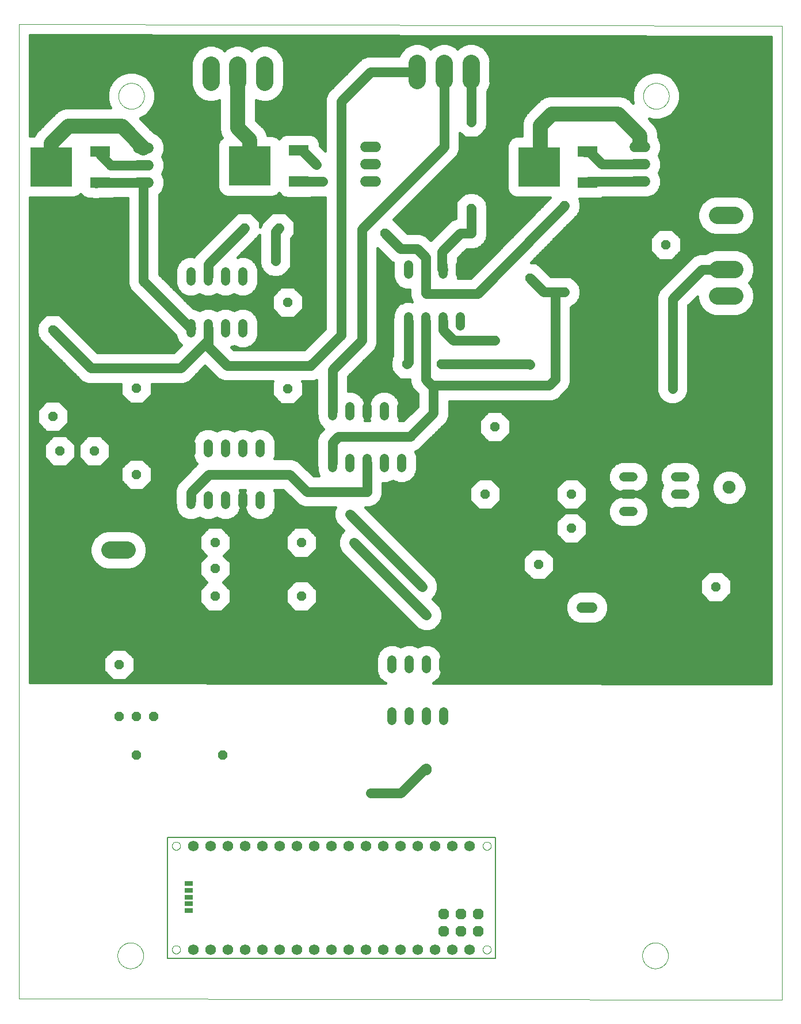
<source format=gtl>
G75*
%MOIN*%
%OFA0B0*%
%FSLAX25Y25*%
%IPPOS*%
%LPD*%
%AMOC8*
5,1,8,0,0,1.08239X$1,22.5*
%
%ADD10C,0.00000*%
%ADD11C,0.06200*%
%ADD12C,0.00500*%
%ADD13R,0.05000X0.02500*%
%ADD14OC8,0.06200*%
%ADD15C,0.05200*%
%ADD16OC8,0.05200*%
%ADD17C,0.06000*%
%ADD18C,0.07500*%
%ADD19C,0.10500*%
%ADD20C,0.10039*%
%ADD21R,0.24409X0.22835*%
%ADD22R,0.11811X0.06299*%
%ADD23C,0.01600*%
%ADD24C,0.05600*%
%ADD25R,0.03962X0.03962*%
%ADD26C,0.08600*%
D10*
X0011615Y0001500D02*
X0011615Y0565500D01*
X0453615Y0564500D01*
X0453615Y0001000D01*
X0011615Y0001500D01*
X0068640Y0026500D02*
X0068642Y0026683D01*
X0068649Y0026867D01*
X0068660Y0027050D01*
X0068676Y0027233D01*
X0068696Y0027415D01*
X0068721Y0027597D01*
X0068750Y0027778D01*
X0068784Y0027958D01*
X0068822Y0028138D01*
X0068864Y0028316D01*
X0068911Y0028494D01*
X0068962Y0028670D01*
X0069017Y0028845D01*
X0069077Y0029018D01*
X0069141Y0029190D01*
X0069209Y0029361D01*
X0069281Y0029529D01*
X0069358Y0029696D01*
X0069438Y0029861D01*
X0069523Y0030024D01*
X0069611Y0030184D01*
X0069703Y0030343D01*
X0069800Y0030499D01*
X0069900Y0030653D01*
X0070004Y0030804D01*
X0070111Y0030953D01*
X0070222Y0031099D01*
X0070337Y0031242D01*
X0070455Y0031382D01*
X0070576Y0031520D01*
X0070701Y0031654D01*
X0070829Y0031786D01*
X0070961Y0031914D01*
X0071095Y0032039D01*
X0071233Y0032160D01*
X0071373Y0032278D01*
X0071516Y0032393D01*
X0071662Y0032504D01*
X0071811Y0032611D01*
X0071962Y0032715D01*
X0072116Y0032815D01*
X0072272Y0032912D01*
X0072431Y0033004D01*
X0072591Y0033092D01*
X0072754Y0033177D01*
X0072919Y0033257D01*
X0073086Y0033334D01*
X0073254Y0033406D01*
X0073425Y0033474D01*
X0073597Y0033538D01*
X0073770Y0033598D01*
X0073945Y0033653D01*
X0074121Y0033704D01*
X0074299Y0033751D01*
X0074477Y0033793D01*
X0074657Y0033831D01*
X0074837Y0033865D01*
X0075018Y0033894D01*
X0075200Y0033919D01*
X0075382Y0033939D01*
X0075565Y0033955D01*
X0075748Y0033966D01*
X0075932Y0033973D01*
X0076115Y0033975D01*
X0076298Y0033973D01*
X0076482Y0033966D01*
X0076665Y0033955D01*
X0076848Y0033939D01*
X0077030Y0033919D01*
X0077212Y0033894D01*
X0077393Y0033865D01*
X0077573Y0033831D01*
X0077753Y0033793D01*
X0077931Y0033751D01*
X0078109Y0033704D01*
X0078285Y0033653D01*
X0078460Y0033598D01*
X0078633Y0033538D01*
X0078805Y0033474D01*
X0078976Y0033406D01*
X0079144Y0033334D01*
X0079311Y0033257D01*
X0079476Y0033177D01*
X0079639Y0033092D01*
X0079799Y0033004D01*
X0079958Y0032912D01*
X0080114Y0032815D01*
X0080268Y0032715D01*
X0080419Y0032611D01*
X0080568Y0032504D01*
X0080714Y0032393D01*
X0080857Y0032278D01*
X0080997Y0032160D01*
X0081135Y0032039D01*
X0081269Y0031914D01*
X0081401Y0031786D01*
X0081529Y0031654D01*
X0081654Y0031520D01*
X0081775Y0031382D01*
X0081893Y0031242D01*
X0082008Y0031099D01*
X0082119Y0030953D01*
X0082226Y0030804D01*
X0082330Y0030653D01*
X0082430Y0030499D01*
X0082527Y0030343D01*
X0082619Y0030184D01*
X0082707Y0030024D01*
X0082792Y0029861D01*
X0082872Y0029696D01*
X0082949Y0029529D01*
X0083021Y0029361D01*
X0083089Y0029190D01*
X0083153Y0029018D01*
X0083213Y0028845D01*
X0083268Y0028670D01*
X0083319Y0028494D01*
X0083366Y0028316D01*
X0083408Y0028138D01*
X0083446Y0027958D01*
X0083480Y0027778D01*
X0083509Y0027597D01*
X0083534Y0027415D01*
X0083554Y0027233D01*
X0083570Y0027050D01*
X0083581Y0026867D01*
X0083588Y0026683D01*
X0083590Y0026500D01*
X0083588Y0026317D01*
X0083581Y0026133D01*
X0083570Y0025950D01*
X0083554Y0025767D01*
X0083534Y0025585D01*
X0083509Y0025403D01*
X0083480Y0025222D01*
X0083446Y0025042D01*
X0083408Y0024862D01*
X0083366Y0024684D01*
X0083319Y0024506D01*
X0083268Y0024330D01*
X0083213Y0024155D01*
X0083153Y0023982D01*
X0083089Y0023810D01*
X0083021Y0023639D01*
X0082949Y0023471D01*
X0082872Y0023304D01*
X0082792Y0023139D01*
X0082707Y0022976D01*
X0082619Y0022816D01*
X0082527Y0022657D01*
X0082430Y0022501D01*
X0082330Y0022347D01*
X0082226Y0022196D01*
X0082119Y0022047D01*
X0082008Y0021901D01*
X0081893Y0021758D01*
X0081775Y0021618D01*
X0081654Y0021480D01*
X0081529Y0021346D01*
X0081401Y0021214D01*
X0081269Y0021086D01*
X0081135Y0020961D01*
X0080997Y0020840D01*
X0080857Y0020722D01*
X0080714Y0020607D01*
X0080568Y0020496D01*
X0080419Y0020389D01*
X0080268Y0020285D01*
X0080114Y0020185D01*
X0079958Y0020088D01*
X0079799Y0019996D01*
X0079639Y0019908D01*
X0079476Y0019823D01*
X0079311Y0019743D01*
X0079144Y0019666D01*
X0078976Y0019594D01*
X0078805Y0019526D01*
X0078633Y0019462D01*
X0078460Y0019402D01*
X0078285Y0019347D01*
X0078109Y0019296D01*
X0077931Y0019249D01*
X0077753Y0019207D01*
X0077573Y0019169D01*
X0077393Y0019135D01*
X0077212Y0019106D01*
X0077030Y0019081D01*
X0076848Y0019061D01*
X0076665Y0019045D01*
X0076482Y0019034D01*
X0076298Y0019027D01*
X0076115Y0019025D01*
X0075932Y0019027D01*
X0075748Y0019034D01*
X0075565Y0019045D01*
X0075382Y0019061D01*
X0075200Y0019081D01*
X0075018Y0019106D01*
X0074837Y0019135D01*
X0074657Y0019169D01*
X0074477Y0019207D01*
X0074299Y0019249D01*
X0074121Y0019296D01*
X0073945Y0019347D01*
X0073770Y0019402D01*
X0073597Y0019462D01*
X0073425Y0019526D01*
X0073254Y0019594D01*
X0073086Y0019666D01*
X0072919Y0019743D01*
X0072754Y0019823D01*
X0072591Y0019908D01*
X0072431Y0019996D01*
X0072272Y0020088D01*
X0072116Y0020185D01*
X0071962Y0020285D01*
X0071811Y0020389D01*
X0071662Y0020496D01*
X0071516Y0020607D01*
X0071373Y0020722D01*
X0071233Y0020840D01*
X0071095Y0020961D01*
X0070961Y0021086D01*
X0070829Y0021214D01*
X0070701Y0021346D01*
X0070576Y0021480D01*
X0070455Y0021618D01*
X0070337Y0021758D01*
X0070222Y0021901D01*
X0070111Y0022047D01*
X0070004Y0022196D01*
X0069900Y0022347D01*
X0069800Y0022501D01*
X0069703Y0022657D01*
X0069611Y0022816D01*
X0069523Y0022976D01*
X0069438Y0023139D01*
X0069358Y0023304D01*
X0069281Y0023471D01*
X0069209Y0023639D01*
X0069141Y0023810D01*
X0069077Y0023982D01*
X0069017Y0024155D01*
X0068962Y0024330D01*
X0068911Y0024506D01*
X0068864Y0024684D01*
X0068822Y0024862D01*
X0068784Y0025042D01*
X0068750Y0025222D01*
X0068721Y0025403D01*
X0068696Y0025585D01*
X0068676Y0025767D01*
X0068660Y0025950D01*
X0068649Y0026133D01*
X0068642Y0026317D01*
X0068640Y0026500D01*
X0100253Y0030000D02*
X0100255Y0030097D01*
X0100261Y0030194D01*
X0100271Y0030290D01*
X0100285Y0030386D01*
X0100303Y0030482D01*
X0100324Y0030576D01*
X0100350Y0030670D01*
X0100379Y0030762D01*
X0100413Y0030853D01*
X0100449Y0030943D01*
X0100490Y0031031D01*
X0100534Y0031117D01*
X0100582Y0031202D01*
X0100633Y0031284D01*
X0100687Y0031365D01*
X0100745Y0031443D01*
X0100806Y0031518D01*
X0100869Y0031591D01*
X0100936Y0031662D01*
X0101006Y0031729D01*
X0101078Y0031794D01*
X0101153Y0031855D01*
X0101231Y0031914D01*
X0101310Y0031969D01*
X0101392Y0032021D01*
X0101476Y0032069D01*
X0101562Y0032114D01*
X0101650Y0032156D01*
X0101739Y0032194D01*
X0101830Y0032228D01*
X0101922Y0032258D01*
X0102015Y0032285D01*
X0102110Y0032307D01*
X0102205Y0032326D01*
X0102301Y0032341D01*
X0102397Y0032352D01*
X0102494Y0032359D01*
X0102591Y0032362D01*
X0102688Y0032361D01*
X0102785Y0032356D01*
X0102881Y0032347D01*
X0102977Y0032334D01*
X0103073Y0032317D01*
X0103168Y0032296D01*
X0103261Y0032272D01*
X0103354Y0032243D01*
X0103446Y0032211D01*
X0103536Y0032175D01*
X0103624Y0032136D01*
X0103711Y0032092D01*
X0103796Y0032046D01*
X0103879Y0031995D01*
X0103960Y0031942D01*
X0104038Y0031885D01*
X0104115Y0031825D01*
X0104188Y0031762D01*
X0104259Y0031696D01*
X0104327Y0031627D01*
X0104393Y0031555D01*
X0104455Y0031481D01*
X0104514Y0031404D01*
X0104570Y0031325D01*
X0104623Y0031243D01*
X0104673Y0031160D01*
X0104718Y0031074D01*
X0104761Y0030987D01*
X0104800Y0030898D01*
X0104835Y0030808D01*
X0104866Y0030716D01*
X0104893Y0030623D01*
X0104917Y0030529D01*
X0104937Y0030434D01*
X0104953Y0030338D01*
X0104965Y0030242D01*
X0104973Y0030145D01*
X0104977Y0030048D01*
X0104977Y0029952D01*
X0104973Y0029855D01*
X0104965Y0029758D01*
X0104953Y0029662D01*
X0104937Y0029566D01*
X0104917Y0029471D01*
X0104893Y0029377D01*
X0104866Y0029284D01*
X0104835Y0029192D01*
X0104800Y0029102D01*
X0104761Y0029013D01*
X0104718Y0028926D01*
X0104673Y0028840D01*
X0104623Y0028757D01*
X0104570Y0028675D01*
X0104514Y0028596D01*
X0104455Y0028519D01*
X0104393Y0028445D01*
X0104327Y0028373D01*
X0104259Y0028304D01*
X0104188Y0028238D01*
X0104115Y0028175D01*
X0104038Y0028115D01*
X0103960Y0028058D01*
X0103879Y0028005D01*
X0103796Y0027954D01*
X0103711Y0027908D01*
X0103624Y0027864D01*
X0103536Y0027825D01*
X0103446Y0027789D01*
X0103354Y0027757D01*
X0103261Y0027728D01*
X0103168Y0027704D01*
X0103073Y0027683D01*
X0102977Y0027666D01*
X0102881Y0027653D01*
X0102785Y0027644D01*
X0102688Y0027639D01*
X0102591Y0027638D01*
X0102494Y0027641D01*
X0102397Y0027648D01*
X0102301Y0027659D01*
X0102205Y0027674D01*
X0102110Y0027693D01*
X0102015Y0027715D01*
X0101922Y0027742D01*
X0101830Y0027772D01*
X0101739Y0027806D01*
X0101650Y0027844D01*
X0101562Y0027886D01*
X0101476Y0027931D01*
X0101392Y0027979D01*
X0101310Y0028031D01*
X0101231Y0028086D01*
X0101153Y0028145D01*
X0101078Y0028206D01*
X0101006Y0028271D01*
X0100936Y0028338D01*
X0100869Y0028409D01*
X0100806Y0028482D01*
X0100745Y0028557D01*
X0100687Y0028635D01*
X0100633Y0028716D01*
X0100582Y0028798D01*
X0100534Y0028883D01*
X0100490Y0028969D01*
X0100449Y0029057D01*
X0100413Y0029147D01*
X0100379Y0029238D01*
X0100350Y0029330D01*
X0100324Y0029424D01*
X0100303Y0029518D01*
X0100285Y0029614D01*
X0100271Y0029710D01*
X0100261Y0029806D01*
X0100255Y0029903D01*
X0100253Y0030000D01*
X0100253Y0090000D02*
X0100255Y0090097D01*
X0100261Y0090194D01*
X0100271Y0090290D01*
X0100285Y0090386D01*
X0100303Y0090482D01*
X0100324Y0090576D01*
X0100350Y0090670D01*
X0100379Y0090762D01*
X0100413Y0090853D01*
X0100449Y0090943D01*
X0100490Y0091031D01*
X0100534Y0091117D01*
X0100582Y0091202D01*
X0100633Y0091284D01*
X0100687Y0091365D01*
X0100745Y0091443D01*
X0100806Y0091518D01*
X0100869Y0091591D01*
X0100936Y0091662D01*
X0101006Y0091729D01*
X0101078Y0091794D01*
X0101153Y0091855D01*
X0101231Y0091914D01*
X0101310Y0091969D01*
X0101392Y0092021D01*
X0101476Y0092069D01*
X0101562Y0092114D01*
X0101650Y0092156D01*
X0101739Y0092194D01*
X0101830Y0092228D01*
X0101922Y0092258D01*
X0102015Y0092285D01*
X0102110Y0092307D01*
X0102205Y0092326D01*
X0102301Y0092341D01*
X0102397Y0092352D01*
X0102494Y0092359D01*
X0102591Y0092362D01*
X0102688Y0092361D01*
X0102785Y0092356D01*
X0102881Y0092347D01*
X0102977Y0092334D01*
X0103073Y0092317D01*
X0103168Y0092296D01*
X0103261Y0092272D01*
X0103354Y0092243D01*
X0103446Y0092211D01*
X0103536Y0092175D01*
X0103624Y0092136D01*
X0103711Y0092092D01*
X0103796Y0092046D01*
X0103879Y0091995D01*
X0103960Y0091942D01*
X0104038Y0091885D01*
X0104115Y0091825D01*
X0104188Y0091762D01*
X0104259Y0091696D01*
X0104327Y0091627D01*
X0104393Y0091555D01*
X0104455Y0091481D01*
X0104514Y0091404D01*
X0104570Y0091325D01*
X0104623Y0091243D01*
X0104673Y0091160D01*
X0104718Y0091074D01*
X0104761Y0090987D01*
X0104800Y0090898D01*
X0104835Y0090808D01*
X0104866Y0090716D01*
X0104893Y0090623D01*
X0104917Y0090529D01*
X0104937Y0090434D01*
X0104953Y0090338D01*
X0104965Y0090242D01*
X0104973Y0090145D01*
X0104977Y0090048D01*
X0104977Y0089952D01*
X0104973Y0089855D01*
X0104965Y0089758D01*
X0104953Y0089662D01*
X0104937Y0089566D01*
X0104917Y0089471D01*
X0104893Y0089377D01*
X0104866Y0089284D01*
X0104835Y0089192D01*
X0104800Y0089102D01*
X0104761Y0089013D01*
X0104718Y0088926D01*
X0104673Y0088840D01*
X0104623Y0088757D01*
X0104570Y0088675D01*
X0104514Y0088596D01*
X0104455Y0088519D01*
X0104393Y0088445D01*
X0104327Y0088373D01*
X0104259Y0088304D01*
X0104188Y0088238D01*
X0104115Y0088175D01*
X0104038Y0088115D01*
X0103960Y0088058D01*
X0103879Y0088005D01*
X0103796Y0087954D01*
X0103711Y0087908D01*
X0103624Y0087864D01*
X0103536Y0087825D01*
X0103446Y0087789D01*
X0103354Y0087757D01*
X0103261Y0087728D01*
X0103168Y0087704D01*
X0103073Y0087683D01*
X0102977Y0087666D01*
X0102881Y0087653D01*
X0102785Y0087644D01*
X0102688Y0087639D01*
X0102591Y0087638D01*
X0102494Y0087641D01*
X0102397Y0087648D01*
X0102301Y0087659D01*
X0102205Y0087674D01*
X0102110Y0087693D01*
X0102015Y0087715D01*
X0101922Y0087742D01*
X0101830Y0087772D01*
X0101739Y0087806D01*
X0101650Y0087844D01*
X0101562Y0087886D01*
X0101476Y0087931D01*
X0101392Y0087979D01*
X0101310Y0088031D01*
X0101231Y0088086D01*
X0101153Y0088145D01*
X0101078Y0088206D01*
X0101006Y0088271D01*
X0100936Y0088338D01*
X0100869Y0088409D01*
X0100806Y0088482D01*
X0100745Y0088557D01*
X0100687Y0088635D01*
X0100633Y0088716D01*
X0100582Y0088798D01*
X0100534Y0088883D01*
X0100490Y0088969D01*
X0100449Y0089057D01*
X0100413Y0089147D01*
X0100379Y0089238D01*
X0100350Y0089330D01*
X0100324Y0089424D01*
X0100303Y0089518D01*
X0100285Y0089614D01*
X0100271Y0089710D01*
X0100261Y0089806D01*
X0100255Y0089903D01*
X0100253Y0090000D01*
X0280253Y0090000D02*
X0280255Y0090097D01*
X0280261Y0090194D01*
X0280271Y0090290D01*
X0280285Y0090386D01*
X0280303Y0090482D01*
X0280324Y0090576D01*
X0280350Y0090670D01*
X0280379Y0090762D01*
X0280413Y0090853D01*
X0280449Y0090943D01*
X0280490Y0091031D01*
X0280534Y0091117D01*
X0280582Y0091202D01*
X0280633Y0091284D01*
X0280687Y0091365D01*
X0280745Y0091443D01*
X0280806Y0091518D01*
X0280869Y0091591D01*
X0280936Y0091662D01*
X0281006Y0091729D01*
X0281078Y0091794D01*
X0281153Y0091855D01*
X0281231Y0091914D01*
X0281310Y0091969D01*
X0281392Y0092021D01*
X0281476Y0092069D01*
X0281562Y0092114D01*
X0281650Y0092156D01*
X0281739Y0092194D01*
X0281830Y0092228D01*
X0281922Y0092258D01*
X0282015Y0092285D01*
X0282110Y0092307D01*
X0282205Y0092326D01*
X0282301Y0092341D01*
X0282397Y0092352D01*
X0282494Y0092359D01*
X0282591Y0092362D01*
X0282688Y0092361D01*
X0282785Y0092356D01*
X0282881Y0092347D01*
X0282977Y0092334D01*
X0283073Y0092317D01*
X0283168Y0092296D01*
X0283261Y0092272D01*
X0283354Y0092243D01*
X0283446Y0092211D01*
X0283536Y0092175D01*
X0283624Y0092136D01*
X0283711Y0092092D01*
X0283796Y0092046D01*
X0283879Y0091995D01*
X0283960Y0091942D01*
X0284038Y0091885D01*
X0284115Y0091825D01*
X0284188Y0091762D01*
X0284259Y0091696D01*
X0284327Y0091627D01*
X0284393Y0091555D01*
X0284455Y0091481D01*
X0284514Y0091404D01*
X0284570Y0091325D01*
X0284623Y0091243D01*
X0284673Y0091160D01*
X0284718Y0091074D01*
X0284761Y0090987D01*
X0284800Y0090898D01*
X0284835Y0090808D01*
X0284866Y0090716D01*
X0284893Y0090623D01*
X0284917Y0090529D01*
X0284937Y0090434D01*
X0284953Y0090338D01*
X0284965Y0090242D01*
X0284973Y0090145D01*
X0284977Y0090048D01*
X0284977Y0089952D01*
X0284973Y0089855D01*
X0284965Y0089758D01*
X0284953Y0089662D01*
X0284937Y0089566D01*
X0284917Y0089471D01*
X0284893Y0089377D01*
X0284866Y0089284D01*
X0284835Y0089192D01*
X0284800Y0089102D01*
X0284761Y0089013D01*
X0284718Y0088926D01*
X0284673Y0088840D01*
X0284623Y0088757D01*
X0284570Y0088675D01*
X0284514Y0088596D01*
X0284455Y0088519D01*
X0284393Y0088445D01*
X0284327Y0088373D01*
X0284259Y0088304D01*
X0284188Y0088238D01*
X0284115Y0088175D01*
X0284038Y0088115D01*
X0283960Y0088058D01*
X0283879Y0088005D01*
X0283796Y0087954D01*
X0283711Y0087908D01*
X0283624Y0087864D01*
X0283536Y0087825D01*
X0283446Y0087789D01*
X0283354Y0087757D01*
X0283261Y0087728D01*
X0283168Y0087704D01*
X0283073Y0087683D01*
X0282977Y0087666D01*
X0282881Y0087653D01*
X0282785Y0087644D01*
X0282688Y0087639D01*
X0282591Y0087638D01*
X0282494Y0087641D01*
X0282397Y0087648D01*
X0282301Y0087659D01*
X0282205Y0087674D01*
X0282110Y0087693D01*
X0282015Y0087715D01*
X0281922Y0087742D01*
X0281830Y0087772D01*
X0281739Y0087806D01*
X0281650Y0087844D01*
X0281562Y0087886D01*
X0281476Y0087931D01*
X0281392Y0087979D01*
X0281310Y0088031D01*
X0281231Y0088086D01*
X0281153Y0088145D01*
X0281078Y0088206D01*
X0281006Y0088271D01*
X0280936Y0088338D01*
X0280869Y0088409D01*
X0280806Y0088482D01*
X0280745Y0088557D01*
X0280687Y0088635D01*
X0280633Y0088716D01*
X0280582Y0088798D01*
X0280534Y0088883D01*
X0280490Y0088969D01*
X0280449Y0089057D01*
X0280413Y0089147D01*
X0280379Y0089238D01*
X0280350Y0089330D01*
X0280324Y0089424D01*
X0280303Y0089518D01*
X0280285Y0089614D01*
X0280271Y0089710D01*
X0280261Y0089806D01*
X0280255Y0089903D01*
X0280253Y0090000D01*
X0280253Y0030000D02*
X0280255Y0030097D01*
X0280261Y0030194D01*
X0280271Y0030290D01*
X0280285Y0030386D01*
X0280303Y0030482D01*
X0280324Y0030576D01*
X0280350Y0030670D01*
X0280379Y0030762D01*
X0280413Y0030853D01*
X0280449Y0030943D01*
X0280490Y0031031D01*
X0280534Y0031117D01*
X0280582Y0031202D01*
X0280633Y0031284D01*
X0280687Y0031365D01*
X0280745Y0031443D01*
X0280806Y0031518D01*
X0280869Y0031591D01*
X0280936Y0031662D01*
X0281006Y0031729D01*
X0281078Y0031794D01*
X0281153Y0031855D01*
X0281231Y0031914D01*
X0281310Y0031969D01*
X0281392Y0032021D01*
X0281476Y0032069D01*
X0281562Y0032114D01*
X0281650Y0032156D01*
X0281739Y0032194D01*
X0281830Y0032228D01*
X0281922Y0032258D01*
X0282015Y0032285D01*
X0282110Y0032307D01*
X0282205Y0032326D01*
X0282301Y0032341D01*
X0282397Y0032352D01*
X0282494Y0032359D01*
X0282591Y0032362D01*
X0282688Y0032361D01*
X0282785Y0032356D01*
X0282881Y0032347D01*
X0282977Y0032334D01*
X0283073Y0032317D01*
X0283168Y0032296D01*
X0283261Y0032272D01*
X0283354Y0032243D01*
X0283446Y0032211D01*
X0283536Y0032175D01*
X0283624Y0032136D01*
X0283711Y0032092D01*
X0283796Y0032046D01*
X0283879Y0031995D01*
X0283960Y0031942D01*
X0284038Y0031885D01*
X0284115Y0031825D01*
X0284188Y0031762D01*
X0284259Y0031696D01*
X0284327Y0031627D01*
X0284393Y0031555D01*
X0284455Y0031481D01*
X0284514Y0031404D01*
X0284570Y0031325D01*
X0284623Y0031243D01*
X0284673Y0031160D01*
X0284718Y0031074D01*
X0284761Y0030987D01*
X0284800Y0030898D01*
X0284835Y0030808D01*
X0284866Y0030716D01*
X0284893Y0030623D01*
X0284917Y0030529D01*
X0284937Y0030434D01*
X0284953Y0030338D01*
X0284965Y0030242D01*
X0284973Y0030145D01*
X0284977Y0030048D01*
X0284977Y0029952D01*
X0284973Y0029855D01*
X0284965Y0029758D01*
X0284953Y0029662D01*
X0284937Y0029566D01*
X0284917Y0029471D01*
X0284893Y0029377D01*
X0284866Y0029284D01*
X0284835Y0029192D01*
X0284800Y0029102D01*
X0284761Y0029013D01*
X0284718Y0028926D01*
X0284673Y0028840D01*
X0284623Y0028757D01*
X0284570Y0028675D01*
X0284514Y0028596D01*
X0284455Y0028519D01*
X0284393Y0028445D01*
X0284327Y0028373D01*
X0284259Y0028304D01*
X0284188Y0028238D01*
X0284115Y0028175D01*
X0284038Y0028115D01*
X0283960Y0028058D01*
X0283879Y0028005D01*
X0283796Y0027954D01*
X0283711Y0027908D01*
X0283624Y0027864D01*
X0283536Y0027825D01*
X0283446Y0027789D01*
X0283354Y0027757D01*
X0283261Y0027728D01*
X0283168Y0027704D01*
X0283073Y0027683D01*
X0282977Y0027666D01*
X0282881Y0027653D01*
X0282785Y0027644D01*
X0282688Y0027639D01*
X0282591Y0027638D01*
X0282494Y0027641D01*
X0282397Y0027648D01*
X0282301Y0027659D01*
X0282205Y0027674D01*
X0282110Y0027693D01*
X0282015Y0027715D01*
X0281922Y0027742D01*
X0281830Y0027772D01*
X0281739Y0027806D01*
X0281650Y0027844D01*
X0281562Y0027886D01*
X0281476Y0027931D01*
X0281392Y0027979D01*
X0281310Y0028031D01*
X0281231Y0028086D01*
X0281153Y0028145D01*
X0281078Y0028206D01*
X0281006Y0028271D01*
X0280936Y0028338D01*
X0280869Y0028409D01*
X0280806Y0028482D01*
X0280745Y0028557D01*
X0280687Y0028635D01*
X0280633Y0028716D01*
X0280582Y0028798D01*
X0280534Y0028883D01*
X0280490Y0028969D01*
X0280449Y0029057D01*
X0280413Y0029147D01*
X0280379Y0029238D01*
X0280350Y0029330D01*
X0280324Y0029424D01*
X0280303Y0029518D01*
X0280285Y0029614D01*
X0280271Y0029710D01*
X0280261Y0029806D01*
X0280255Y0029903D01*
X0280253Y0030000D01*
X0372640Y0026500D02*
X0372642Y0026683D01*
X0372649Y0026867D01*
X0372660Y0027050D01*
X0372676Y0027233D01*
X0372696Y0027415D01*
X0372721Y0027597D01*
X0372750Y0027778D01*
X0372784Y0027958D01*
X0372822Y0028138D01*
X0372864Y0028316D01*
X0372911Y0028494D01*
X0372962Y0028670D01*
X0373017Y0028845D01*
X0373077Y0029018D01*
X0373141Y0029190D01*
X0373209Y0029361D01*
X0373281Y0029529D01*
X0373358Y0029696D01*
X0373438Y0029861D01*
X0373523Y0030024D01*
X0373611Y0030184D01*
X0373703Y0030343D01*
X0373800Y0030499D01*
X0373900Y0030653D01*
X0374004Y0030804D01*
X0374111Y0030953D01*
X0374222Y0031099D01*
X0374337Y0031242D01*
X0374455Y0031382D01*
X0374576Y0031520D01*
X0374701Y0031654D01*
X0374829Y0031786D01*
X0374961Y0031914D01*
X0375095Y0032039D01*
X0375233Y0032160D01*
X0375373Y0032278D01*
X0375516Y0032393D01*
X0375662Y0032504D01*
X0375811Y0032611D01*
X0375962Y0032715D01*
X0376116Y0032815D01*
X0376272Y0032912D01*
X0376431Y0033004D01*
X0376591Y0033092D01*
X0376754Y0033177D01*
X0376919Y0033257D01*
X0377086Y0033334D01*
X0377254Y0033406D01*
X0377425Y0033474D01*
X0377597Y0033538D01*
X0377770Y0033598D01*
X0377945Y0033653D01*
X0378121Y0033704D01*
X0378299Y0033751D01*
X0378477Y0033793D01*
X0378657Y0033831D01*
X0378837Y0033865D01*
X0379018Y0033894D01*
X0379200Y0033919D01*
X0379382Y0033939D01*
X0379565Y0033955D01*
X0379748Y0033966D01*
X0379932Y0033973D01*
X0380115Y0033975D01*
X0380298Y0033973D01*
X0380482Y0033966D01*
X0380665Y0033955D01*
X0380848Y0033939D01*
X0381030Y0033919D01*
X0381212Y0033894D01*
X0381393Y0033865D01*
X0381573Y0033831D01*
X0381753Y0033793D01*
X0381931Y0033751D01*
X0382109Y0033704D01*
X0382285Y0033653D01*
X0382460Y0033598D01*
X0382633Y0033538D01*
X0382805Y0033474D01*
X0382976Y0033406D01*
X0383144Y0033334D01*
X0383311Y0033257D01*
X0383476Y0033177D01*
X0383639Y0033092D01*
X0383799Y0033004D01*
X0383958Y0032912D01*
X0384114Y0032815D01*
X0384268Y0032715D01*
X0384419Y0032611D01*
X0384568Y0032504D01*
X0384714Y0032393D01*
X0384857Y0032278D01*
X0384997Y0032160D01*
X0385135Y0032039D01*
X0385269Y0031914D01*
X0385401Y0031786D01*
X0385529Y0031654D01*
X0385654Y0031520D01*
X0385775Y0031382D01*
X0385893Y0031242D01*
X0386008Y0031099D01*
X0386119Y0030953D01*
X0386226Y0030804D01*
X0386330Y0030653D01*
X0386430Y0030499D01*
X0386527Y0030343D01*
X0386619Y0030184D01*
X0386707Y0030024D01*
X0386792Y0029861D01*
X0386872Y0029696D01*
X0386949Y0029529D01*
X0387021Y0029361D01*
X0387089Y0029190D01*
X0387153Y0029018D01*
X0387213Y0028845D01*
X0387268Y0028670D01*
X0387319Y0028494D01*
X0387366Y0028316D01*
X0387408Y0028138D01*
X0387446Y0027958D01*
X0387480Y0027778D01*
X0387509Y0027597D01*
X0387534Y0027415D01*
X0387554Y0027233D01*
X0387570Y0027050D01*
X0387581Y0026867D01*
X0387588Y0026683D01*
X0387590Y0026500D01*
X0387588Y0026317D01*
X0387581Y0026133D01*
X0387570Y0025950D01*
X0387554Y0025767D01*
X0387534Y0025585D01*
X0387509Y0025403D01*
X0387480Y0025222D01*
X0387446Y0025042D01*
X0387408Y0024862D01*
X0387366Y0024684D01*
X0387319Y0024506D01*
X0387268Y0024330D01*
X0387213Y0024155D01*
X0387153Y0023982D01*
X0387089Y0023810D01*
X0387021Y0023639D01*
X0386949Y0023471D01*
X0386872Y0023304D01*
X0386792Y0023139D01*
X0386707Y0022976D01*
X0386619Y0022816D01*
X0386527Y0022657D01*
X0386430Y0022501D01*
X0386330Y0022347D01*
X0386226Y0022196D01*
X0386119Y0022047D01*
X0386008Y0021901D01*
X0385893Y0021758D01*
X0385775Y0021618D01*
X0385654Y0021480D01*
X0385529Y0021346D01*
X0385401Y0021214D01*
X0385269Y0021086D01*
X0385135Y0020961D01*
X0384997Y0020840D01*
X0384857Y0020722D01*
X0384714Y0020607D01*
X0384568Y0020496D01*
X0384419Y0020389D01*
X0384268Y0020285D01*
X0384114Y0020185D01*
X0383958Y0020088D01*
X0383799Y0019996D01*
X0383639Y0019908D01*
X0383476Y0019823D01*
X0383311Y0019743D01*
X0383144Y0019666D01*
X0382976Y0019594D01*
X0382805Y0019526D01*
X0382633Y0019462D01*
X0382460Y0019402D01*
X0382285Y0019347D01*
X0382109Y0019296D01*
X0381931Y0019249D01*
X0381753Y0019207D01*
X0381573Y0019169D01*
X0381393Y0019135D01*
X0381212Y0019106D01*
X0381030Y0019081D01*
X0380848Y0019061D01*
X0380665Y0019045D01*
X0380482Y0019034D01*
X0380298Y0019027D01*
X0380115Y0019025D01*
X0379932Y0019027D01*
X0379748Y0019034D01*
X0379565Y0019045D01*
X0379382Y0019061D01*
X0379200Y0019081D01*
X0379018Y0019106D01*
X0378837Y0019135D01*
X0378657Y0019169D01*
X0378477Y0019207D01*
X0378299Y0019249D01*
X0378121Y0019296D01*
X0377945Y0019347D01*
X0377770Y0019402D01*
X0377597Y0019462D01*
X0377425Y0019526D01*
X0377254Y0019594D01*
X0377086Y0019666D01*
X0376919Y0019743D01*
X0376754Y0019823D01*
X0376591Y0019908D01*
X0376431Y0019996D01*
X0376272Y0020088D01*
X0376116Y0020185D01*
X0375962Y0020285D01*
X0375811Y0020389D01*
X0375662Y0020496D01*
X0375516Y0020607D01*
X0375373Y0020722D01*
X0375233Y0020840D01*
X0375095Y0020961D01*
X0374961Y0021086D01*
X0374829Y0021214D01*
X0374701Y0021346D01*
X0374576Y0021480D01*
X0374455Y0021618D01*
X0374337Y0021758D01*
X0374222Y0021901D01*
X0374111Y0022047D01*
X0374004Y0022196D01*
X0373900Y0022347D01*
X0373800Y0022501D01*
X0373703Y0022657D01*
X0373611Y0022816D01*
X0373523Y0022976D01*
X0373438Y0023139D01*
X0373358Y0023304D01*
X0373281Y0023471D01*
X0373209Y0023639D01*
X0373141Y0023810D01*
X0373077Y0023982D01*
X0373017Y0024155D01*
X0372962Y0024330D01*
X0372911Y0024506D01*
X0372864Y0024684D01*
X0372822Y0024862D01*
X0372784Y0025042D01*
X0372750Y0025222D01*
X0372721Y0025403D01*
X0372696Y0025585D01*
X0372676Y0025767D01*
X0372660Y0025950D01*
X0372649Y0026133D01*
X0372642Y0026317D01*
X0372640Y0026500D01*
X0373140Y0524000D02*
X0373142Y0524183D01*
X0373149Y0524367D01*
X0373160Y0524550D01*
X0373176Y0524733D01*
X0373196Y0524915D01*
X0373221Y0525097D01*
X0373250Y0525278D01*
X0373284Y0525458D01*
X0373322Y0525638D01*
X0373364Y0525816D01*
X0373411Y0525994D01*
X0373462Y0526170D01*
X0373517Y0526345D01*
X0373577Y0526518D01*
X0373641Y0526690D01*
X0373709Y0526861D01*
X0373781Y0527029D01*
X0373858Y0527196D01*
X0373938Y0527361D01*
X0374023Y0527524D01*
X0374111Y0527684D01*
X0374203Y0527843D01*
X0374300Y0527999D01*
X0374400Y0528153D01*
X0374504Y0528304D01*
X0374611Y0528453D01*
X0374722Y0528599D01*
X0374837Y0528742D01*
X0374955Y0528882D01*
X0375076Y0529020D01*
X0375201Y0529154D01*
X0375329Y0529286D01*
X0375461Y0529414D01*
X0375595Y0529539D01*
X0375733Y0529660D01*
X0375873Y0529778D01*
X0376016Y0529893D01*
X0376162Y0530004D01*
X0376311Y0530111D01*
X0376462Y0530215D01*
X0376616Y0530315D01*
X0376772Y0530412D01*
X0376931Y0530504D01*
X0377091Y0530592D01*
X0377254Y0530677D01*
X0377419Y0530757D01*
X0377586Y0530834D01*
X0377754Y0530906D01*
X0377925Y0530974D01*
X0378097Y0531038D01*
X0378270Y0531098D01*
X0378445Y0531153D01*
X0378621Y0531204D01*
X0378799Y0531251D01*
X0378977Y0531293D01*
X0379157Y0531331D01*
X0379337Y0531365D01*
X0379518Y0531394D01*
X0379700Y0531419D01*
X0379882Y0531439D01*
X0380065Y0531455D01*
X0380248Y0531466D01*
X0380432Y0531473D01*
X0380615Y0531475D01*
X0380798Y0531473D01*
X0380982Y0531466D01*
X0381165Y0531455D01*
X0381348Y0531439D01*
X0381530Y0531419D01*
X0381712Y0531394D01*
X0381893Y0531365D01*
X0382073Y0531331D01*
X0382253Y0531293D01*
X0382431Y0531251D01*
X0382609Y0531204D01*
X0382785Y0531153D01*
X0382960Y0531098D01*
X0383133Y0531038D01*
X0383305Y0530974D01*
X0383476Y0530906D01*
X0383644Y0530834D01*
X0383811Y0530757D01*
X0383976Y0530677D01*
X0384139Y0530592D01*
X0384299Y0530504D01*
X0384458Y0530412D01*
X0384614Y0530315D01*
X0384768Y0530215D01*
X0384919Y0530111D01*
X0385068Y0530004D01*
X0385214Y0529893D01*
X0385357Y0529778D01*
X0385497Y0529660D01*
X0385635Y0529539D01*
X0385769Y0529414D01*
X0385901Y0529286D01*
X0386029Y0529154D01*
X0386154Y0529020D01*
X0386275Y0528882D01*
X0386393Y0528742D01*
X0386508Y0528599D01*
X0386619Y0528453D01*
X0386726Y0528304D01*
X0386830Y0528153D01*
X0386930Y0527999D01*
X0387027Y0527843D01*
X0387119Y0527684D01*
X0387207Y0527524D01*
X0387292Y0527361D01*
X0387372Y0527196D01*
X0387449Y0527029D01*
X0387521Y0526861D01*
X0387589Y0526690D01*
X0387653Y0526518D01*
X0387713Y0526345D01*
X0387768Y0526170D01*
X0387819Y0525994D01*
X0387866Y0525816D01*
X0387908Y0525638D01*
X0387946Y0525458D01*
X0387980Y0525278D01*
X0388009Y0525097D01*
X0388034Y0524915D01*
X0388054Y0524733D01*
X0388070Y0524550D01*
X0388081Y0524367D01*
X0388088Y0524183D01*
X0388090Y0524000D01*
X0388088Y0523817D01*
X0388081Y0523633D01*
X0388070Y0523450D01*
X0388054Y0523267D01*
X0388034Y0523085D01*
X0388009Y0522903D01*
X0387980Y0522722D01*
X0387946Y0522542D01*
X0387908Y0522362D01*
X0387866Y0522184D01*
X0387819Y0522006D01*
X0387768Y0521830D01*
X0387713Y0521655D01*
X0387653Y0521482D01*
X0387589Y0521310D01*
X0387521Y0521139D01*
X0387449Y0520971D01*
X0387372Y0520804D01*
X0387292Y0520639D01*
X0387207Y0520476D01*
X0387119Y0520316D01*
X0387027Y0520157D01*
X0386930Y0520001D01*
X0386830Y0519847D01*
X0386726Y0519696D01*
X0386619Y0519547D01*
X0386508Y0519401D01*
X0386393Y0519258D01*
X0386275Y0519118D01*
X0386154Y0518980D01*
X0386029Y0518846D01*
X0385901Y0518714D01*
X0385769Y0518586D01*
X0385635Y0518461D01*
X0385497Y0518340D01*
X0385357Y0518222D01*
X0385214Y0518107D01*
X0385068Y0517996D01*
X0384919Y0517889D01*
X0384768Y0517785D01*
X0384614Y0517685D01*
X0384458Y0517588D01*
X0384299Y0517496D01*
X0384139Y0517408D01*
X0383976Y0517323D01*
X0383811Y0517243D01*
X0383644Y0517166D01*
X0383476Y0517094D01*
X0383305Y0517026D01*
X0383133Y0516962D01*
X0382960Y0516902D01*
X0382785Y0516847D01*
X0382609Y0516796D01*
X0382431Y0516749D01*
X0382253Y0516707D01*
X0382073Y0516669D01*
X0381893Y0516635D01*
X0381712Y0516606D01*
X0381530Y0516581D01*
X0381348Y0516561D01*
X0381165Y0516545D01*
X0380982Y0516534D01*
X0380798Y0516527D01*
X0380615Y0516525D01*
X0380432Y0516527D01*
X0380248Y0516534D01*
X0380065Y0516545D01*
X0379882Y0516561D01*
X0379700Y0516581D01*
X0379518Y0516606D01*
X0379337Y0516635D01*
X0379157Y0516669D01*
X0378977Y0516707D01*
X0378799Y0516749D01*
X0378621Y0516796D01*
X0378445Y0516847D01*
X0378270Y0516902D01*
X0378097Y0516962D01*
X0377925Y0517026D01*
X0377754Y0517094D01*
X0377586Y0517166D01*
X0377419Y0517243D01*
X0377254Y0517323D01*
X0377091Y0517408D01*
X0376931Y0517496D01*
X0376772Y0517588D01*
X0376616Y0517685D01*
X0376462Y0517785D01*
X0376311Y0517889D01*
X0376162Y0517996D01*
X0376016Y0518107D01*
X0375873Y0518222D01*
X0375733Y0518340D01*
X0375595Y0518461D01*
X0375461Y0518586D01*
X0375329Y0518714D01*
X0375201Y0518846D01*
X0375076Y0518980D01*
X0374955Y0519118D01*
X0374837Y0519258D01*
X0374722Y0519401D01*
X0374611Y0519547D01*
X0374504Y0519696D01*
X0374400Y0519847D01*
X0374300Y0520001D01*
X0374203Y0520157D01*
X0374111Y0520316D01*
X0374023Y0520476D01*
X0373938Y0520639D01*
X0373858Y0520804D01*
X0373781Y0520971D01*
X0373709Y0521139D01*
X0373641Y0521310D01*
X0373577Y0521482D01*
X0373517Y0521655D01*
X0373462Y0521830D01*
X0373411Y0522006D01*
X0373364Y0522184D01*
X0373322Y0522362D01*
X0373284Y0522542D01*
X0373250Y0522722D01*
X0373221Y0522903D01*
X0373196Y0523085D01*
X0373176Y0523267D01*
X0373160Y0523450D01*
X0373149Y0523633D01*
X0373142Y0523817D01*
X0373140Y0524000D01*
X0069140Y0524000D02*
X0069142Y0524183D01*
X0069149Y0524367D01*
X0069160Y0524550D01*
X0069176Y0524733D01*
X0069196Y0524915D01*
X0069221Y0525097D01*
X0069250Y0525278D01*
X0069284Y0525458D01*
X0069322Y0525638D01*
X0069364Y0525816D01*
X0069411Y0525994D01*
X0069462Y0526170D01*
X0069517Y0526345D01*
X0069577Y0526518D01*
X0069641Y0526690D01*
X0069709Y0526861D01*
X0069781Y0527029D01*
X0069858Y0527196D01*
X0069938Y0527361D01*
X0070023Y0527524D01*
X0070111Y0527684D01*
X0070203Y0527843D01*
X0070300Y0527999D01*
X0070400Y0528153D01*
X0070504Y0528304D01*
X0070611Y0528453D01*
X0070722Y0528599D01*
X0070837Y0528742D01*
X0070955Y0528882D01*
X0071076Y0529020D01*
X0071201Y0529154D01*
X0071329Y0529286D01*
X0071461Y0529414D01*
X0071595Y0529539D01*
X0071733Y0529660D01*
X0071873Y0529778D01*
X0072016Y0529893D01*
X0072162Y0530004D01*
X0072311Y0530111D01*
X0072462Y0530215D01*
X0072616Y0530315D01*
X0072772Y0530412D01*
X0072931Y0530504D01*
X0073091Y0530592D01*
X0073254Y0530677D01*
X0073419Y0530757D01*
X0073586Y0530834D01*
X0073754Y0530906D01*
X0073925Y0530974D01*
X0074097Y0531038D01*
X0074270Y0531098D01*
X0074445Y0531153D01*
X0074621Y0531204D01*
X0074799Y0531251D01*
X0074977Y0531293D01*
X0075157Y0531331D01*
X0075337Y0531365D01*
X0075518Y0531394D01*
X0075700Y0531419D01*
X0075882Y0531439D01*
X0076065Y0531455D01*
X0076248Y0531466D01*
X0076432Y0531473D01*
X0076615Y0531475D01*
X0076798Y0531473D01*
X0076982Y0531466D01*
X0077165Y0531455D01*
X0077348Y0531439D01*
X0077530Y0531419D01*
X0077712Y0531394D01*
X0077893Y0531365D01*
X0078073Y0531331D01*
X0078253Y0531293D01*
X0078431Y0531251D01*
X0078609Y0531204D01*
X0078785Y0531153D01*
X0078960Y0531098D01*
X0079133Y0531038D01*
X0079305Y0530974D01*
X0079476Y0530906D01*
X0079644Y0530834D01*
X0079811Y0530757D01*
X0079976Y0530677D01*
X0080139Y0530592D01*
X0080299Y0530504D01*
X0080458Y0530412D01*
X0080614Y0530315D01*
X0080768Y0530215D01*
X0080919Y0530111D01*
X0081068Y0530004D01*
X0081214Y0529893D01*
X0081357Y0529778D01*
X0081497Y0529660D01*
X0081635Y0529539D01*
X0081769Y0529414D01*
X0081901Y0529286D01*
X0082029Y0529154D01*
X0082154Y0529020D01*
X0082275Y0528882D01*
X0082393Y0528742D01*
X0082508Y0528599D01*
X0082619Y0528453D01*
X0082726Y0528304D01*
X0082830Y0528153D01*
X0082930Y0527999D01*
X0083027Y0527843D01*
X0083119Y0527684D01*
X0083207Y0527524D01*
X0083292Y0527361D01*
X0083372Y0527196D01*
X0083449Y0527029D01*
X0083521Y0526861D01*
X0083589Y0526690D01*
X0083653Y0526518D01*
X0083713Y0526345D01*
X0083768Y0526170D01*
X0083819Y0525994D01*
X0083866Y0525816D01*
X0083908Y0525638D01*
X0083946Y0525458D01*
X0083980Y0525278D01*
X0084009Y0525097D01*
X0084034Y0524915D01*
X0084054Y0524733D01*
X0084070Y0524550D01*
X0084081Y0524367D01*
X0084088Y0524183D01*
X0084090Y0524000D01*
X0084088Y0523817D01*
X0084081Y0523633D01*
X0084070Y0523450D01*
X0084054Y0523267D01*
X0084034Y0523085D01*
X0084009Y0522903D01*
X0083980Y0522722D01*
X0083946Y0522542D01*
X0083908Y0522362D01*
X0083866Y0522184D01*
X0083819Y0522006D01*
X0083768Y0521830D01*
X0083713Y0521655D01*
X0083653Y0521482D01*
X0083589Y0521310D01*
X0083521Y0521139D01*
X0083449Y0520971D01*
X0083372Y0520804D01*
X0083292Y0520639D01*
X0083207Y0520476D01*
X0083119Y0520316D01*
X0083027Y0520157D01*
X0082930Y0520001D01*
X0082830Y0519847D01*
X0082726Y0519696D01*
X0082619Y0519547D01*
X0082508Y0519401D01*
X0082393Y0519258D01*
X0082275Y0519118D01*
X0082154Y0518980D01*
X0082029Y0518846D01*
X0081901Y0518714D01*
X0081769Y0518586D01*
X0081635Y0518461D01*
X0081497Y0518340D01*
X0081357Y0518222D01*
X0081214Y0518107D01*
X0081068Y0517996D01*
X0080919Y0517889D01*
X0080768Y0517785D01*
X0080614Y0517685D01*
X0080458Y0517588D01*
X0080299Y0517496D01*
X0080139Y0517408D01*
X0079976Y0517323D01*
X0079811Y0517243D01*
X0079644Y0517166D01*
X0079476Y0517094D01*
X0079305Y0517026D01*
X0079133Y0516962D01*
X0078960Y0516902D01*
X0078785Y0516847D01*
X0078609Y0516796D01*
X0078431Y0516749D01*
X0078253Y0516707D01*
X0078073Y0516669D01*
X0077893Y0516635D01*
X0077712Y0516606D01*
X0077530Y0516581D01*
X0077348Y0516561D01*
X0077165Y0516545D01*
X0076982Y0516534D01*
X0076798Y0516527D01*
X0076615Y0516525D01*
X0076432Y0516527D01*
X0076248Y0516534D01*
X0076065Y0516545D01*
X0075882Y0516561D01*
X0075700Y0516581D01*
X0075518Y0516606D01*
X0075337Y0516635D01*
X0075157Y0516669D01*
X0074977Y0516707D01*
X0074799Y0516749D01*
X0074621Y0516796D01*
X0074445Y0516847D01*
X0074270Y0516902D01*
X0074097Y0516962D01*
X0073925Y0517026D01*
X0073754Y0517094D01*
X0073586Y0517166D01*
X0073419Y0517243D01*
X0073254Y0517323D01*
X0073091Y0517408D01*
X0072931Y0517496D01*
X0072772Y0517588D01*
X0072616Y0517685D01*
X0072462Y0517785D01*
X0072311Y0517889D01*
X0072162Y0517996D01*
X0072016Y0518107D01*
X0071873Y0518222D01*
X0071733Y0518340D01*
X0071595Y0518461D01*
X0071461Y0518586D01*
X0071329Y0518714D01*
X0071201Y0518846D01*
X0071076Y0518980D01*
X0070955Y0519118D01*
X0070837Y0519258D01*
X0070722Y0519401D01*
X0070611Y0519547D01*
X0070504Y0519696D01*
X0070400Y0519847D01*
X0070300Y0520001D01*
X0070203Y0520157D01*
X0070111Y0520316D01*
X0070023Y0520476D01*
X0069938Y0520639D01*
X0069858Y0520804D01*
X0069781Y0520971D01*
X0069709Y0521139D01*
X0069641Y0521310D01*
X0069577Y0521482D01*
X0069517Y0521655D01*
X0069462Y0521830D01*
X0069411Y0522006D01*
X0069364Y0522184D01*
X0069322Y0522362D01*
X0069284Y0522542D01*
X0069250Y0522722D01*
X0069221Y0522903D01*
X0069196Y0523085D01*
X0069176Y0523267D01*
X0069160Y0523450D01*
X0069149Y0523633D01*
X0069142Y0523817D01*
X0069140Y0524000D01*
D11*
X0112615Y0090000D03*
X0122615Y0090000D03*
X0132615Y0090000D03*
X0142615Y0090000D03*
X0152615Y0090000D03*
X0162615Y0090000D03*
X0172615Y0090000D03*
X0182615Y0090000D03*
X0192615Y0090000D03*
X0202615Y0090000D03*
X0212615Y0090000D03*
X0222615Y0090000D03*
X0232615Y0090000D03*
X0242615Y0090000D03*
X0252615Y0090000D03*
X0262615Y0090000D03*
X0272615Y0090000D03*
X0272615Y0030000D03*
X0262615Y0030000D03*
X0252615Y0030000D03*
X0242615Y0030000D03*
X0232615Y0030000D03*
X0222615Y0030000D03*
X0212615Y0030000D03*
X0202615Y0030000D03*
X0192615Y0030000D03*
X0182615Y0030000D03*
X0172615Y0030000D03*
X0162615Y0030000D03*
X0152615Y0030000D03*
X0142615Y0030000D03*
X0132615Y0030000D03*
X0122615Y0030000D03*
X0112615Y0030000D03*
D12*
X0097615Y0025000D02*
X0287615Y0025000D01*
X0287615Y0095000D01*
X0097615Y0095000D01*
X0097615Y0025000D01*
D13*
X0110015Y0052400D03*
X0110015Y0056400D03*
X0110015Y0060200D03*
X0110015Y0064200D03*
X0110015Y0068100D03*
D14*
X0257615Y0050500D03*
X0257615Y0040500D03*
X0267615Y0040500D03*
X0267615Y0050500D03*
X0277615Y0050500D03*
X0277615Y0040500D03*
D15*
X0257615Y0162400D02*
X0257615Y0167600D01*
X0247615Y0167600D02*
X0247615Y0162400D01*
X0237615Y0162400D02*
X0237615Y0167600D01*
X0227615Y0167600D02*
X0227615Y0162400D01*
X0227615Y0192400D02*
X0227615Y0197600D01*
X0237615Y0197600D02*
X0237615Y0192400D01*
X0247615Y0192400D02*
X0247615Y0197600D01*
X0257615Y0197600D02*
X0257615Y0192400D01*
X0233115Y0308900D02*
X0233115Y0314100D01*
X0223115Y0314100D02*
X0223115Y0308900D01*
X0213115Y0308900D02*
X0213115Y0314100D01*
X0203115Y0314100D02*
X0203115Y0308900D01*
X0193115Y0308900D02*
X0193115Y0314100D01*
X0193115Y0338900D02*
X0193115Y0344100D01*
X0203115Y0344100D02*
X0203115Y0338900D01*
X0213115Y0338900D02*
X0213115Y0344100D01*
X0223115Y0344100D02*
X0223115Y0338900D01*
X0233115Y0338900D02*
X0233115Y0344100D01*
X0237115Y0390900D02*
X0237115Y0396100D01*
X0247115Y0396100D02*
X0247115Y0390900D01*
X0257115Y0390900D02*
X0257115Y0396100D01*
X0267115Y0396100D02*
X0267115Y0390900D01*
X0267115Y0420900D02*
X0267115Y0426100D01*
X0257115Y0426100D02*
X0257115Y0420900D01*
X0247115Y0420900D02*
X0247115Y0426100D01*
X0237115Y0426100D02*
X0237115Y0420900D01*
X0151115Y0322600D02*
X0151115Y0317400D01*
X0141115Y0317400D02*
X0141115Y0322600D01*
X0131115Y0322600D02*
X0131115Y0317400D01*
X0121115Y0317400D02*
X0121115Y0322600D01*
X0111115Y0322600D02*
X0111115Y0317400D01*
X0111115Y0292600D02*
X0111115Y0287400D01*
X0121115Y0287400D02*
X0121115Y0292600D01*
X0131115Y0292600D02*
X0131115Y0287400D01*
X0141115Y0287400D02*
X0141115Y0292600D01*
X0151115Y0292600D02*
X0151115Y0287400D01*
X0141115Y0386900D02*
X0141115Y0392100D01*
X0131115Y0392100D02*
X0131115Y0386900D01*
X0121115Y0386900D02*
X0121115Y0392100D01*
X0111115Y0392100D02*
X0111115Y0386900D01*
X0111115Y0416900D02*
X0111115Y0422100D01*
X0121115Y0422100D02*
X0121115Y0416900D01*
X0131115Y0416900D02*
X0131115Y0422100D01*
X0141115Y0422100D02*
X0141115Y0416900D01*
X0362015Y0303500D02*
X0367215Y0303500D01*
X0367215Y0293500D02*
X0362015Y0293500D01*
X0362015Y0283500D02*
X0367215Y0283500D01*
X0392015Y0283500D02*
X0397215Y0283500D01*
X0397215Y0293500D02*
X0392015Y0293500D01*
X0392015Y0303500D02*
X0397215Y0303500D01*
D16*
X0415115Y0240000D03*
X0415115Y0220000D03*
X0331615Y0274000D03*
X0331615Y0293500D03*
X0312615Y0253000D03*
X0292615Y0253000D03*
X0281615Y0274000D03*
X0281615Y0293500D03*
X0287115Y0332500D03*
X0307615Y0368500D03*
X0287115Y0382500D03*
X0256115Y0369000D03*
X0236115Y0369000D03*
X0210115Y0428500D03*
X0223615Y0444500D03*
X0273615Y0444500D03*
X0273615Y0459000D03*
X0307615Y0418500D03*
X0327615Y0410500D03*
X0366115Y0438000D03*
X0386115Y0438000D03*
X0327615Y0460500D03*
X0273615Y0509000D03*
X0167115Y0404500D03*
X0160115Y0428500D03*
X0162115Y0447500D03*
X0142115Y0447500D03*
X0167115Y0354500D03*
X0175115Y0265500D03*
X0175115Y0234500D03*
X0125115Y0234500D03*
X0125115Y0250500D03*
X0125115Y0265500D03*
X0105115Y0250500D03*
X0079615Y0305000D03*
X0055115Y0318500D03*
X0035115Y0318500D03*
X0031115Y0338500D03*
X0031115Y0388500D03*
X0079615Y0355000D03*
X0069615Y0195000D03*
X0089615Y0195000D03*
X0089615Y0165000D03*
X0079615Y0165000D03*
X0069615Y0165000D03*
X0079615Y0142500D03*
X0129615Y0142500D03*
D17*
X0287615Y0228000D02*
X0293615Y0228000D01*
X0317615Y0218000D02*
X0323615Y0218000D01*
X0337615Y0228000D02*
X0343615Y0228000D01*
X0368115Y0474500D02*
X0374115Y0474500D01*
X0374115Y0484500D02*
X0368115Y0484500D01*
X0368115Y0494500D02*
X0374115Y0494500D01*
X0218115Y0494500D02*
X0212115Y0494500D01*
X0212115Y0484500D02*
X0218115Y0484500D01*
X0218115Y0474500D02*
X0212115Y0474500D01*
X0086615Y0474000D02*
X0080615Y0474000D01*
X0080615Y0484000D02*
X0086615Y0484000D01*
X0086615Y0494000D02*
X0080615Y0494000D01*
D18*
X0422915Y0297400D03*
D19*
X0412876Y0287361D03*
X0412876Y0307439D03*
X0432954Y0307439D03*
X0432954Y0287361D03*
D20*
X0426135Y0408114D02*
X0416096Y0408114D01*
X0416096Y0423705D02*
X0426135Y0423705D01*
X0426135Y0439295D02*
X0416096Y0439295D01*
X0416096Y0454886D02*
X0426135Y0454886D01*
X0289001Y0532980D02*
X0289001Y0543020D01*
X0273411Y0543020D02*
X0273411Y0532980D01*
X0257820Y0532980D02*
X0257820Y0543020D01*
X0242230Y0543020D02*
X0242230Y0532980D01*
X0169501Y0531980D02*
X0169501Y0542020D01*
X0153911Y0542020D02*
X0153911Y0531980D01*
X0138320Y0531980D02*
X0138320Y0542020D01*
X0122730Y0542020D02*
X0122730Y0531980D01*
X0074135Y0276795D02*
X0064096Y0276795D01*
X0064096Y0261205D02*
X0074135Y0261205D01*
D21*
X0030245Y0483000D03*
X0145245Y0483500D03*
X0312745Y0483000D03*
D22*
X0341013Y0474024D03*
X0341013Y0491976D03*
X0173513Y0492476D03*
X0173513Y0474524D03*
X0058513Y0474024D03*
X0058513Y0491976D03*
D23*
X0047177Y0467259D02*
X0047182Y0467249D01*
X0048982Y0465448D01*
X0051334Y0464474D01*
X0053865Y0464474D01*
X0054285Y0464300D01*
X0057945Y0464300D01*
X0058365Y0464474D01*
X0065692Y0464474D01*
X0066479Y0464800D01*
X0074415Y0464800D01*
X0074415Y0415170D01*
X0075816Y0411789D01*
X0102115Y0385489D01*
X0102115Y0385110D01*
X0103486Y0381802D01*
X0105446Y0379841D01*
X0101305Y0375700D01*
X0056926Y0375700D01*
X0036327Y0396299D01*
X0035844Y0396499D01*
X0034843Y0397500D01*
X0033428Y0397500D01*
X0032945Y0397700D01*
X0029285Y0397700D01*
X0028802Y0397500D01*
X0027387Y0397500D01*
X0026387Y0396499D01*
X0025904Y0396299D01*
X0023316Y0393711D01*
X0023116Y0393229D01*
X0022115Y0392228D01*
X0022115Y0390813D01*
X0021915Y0390330D01*
X0021915Y0386670D01*
X0022115Y0386187D01*
X0022115Y0384772D01*
X0023116Y0383771D01*
X0023316Y0383289D01*
X0047904Y0358701D01*
X0051285Y0357300D01*
X0070615Y0357300D01*
X0070615Y0351272D01*
X0075887Y0346000D01*
X0083343Y0346000D01*
X0088615Y0351272D01*
X0088615Y0357300D01*
X0106945Y0357300D01*
X0110327Y0358701D01*
X0112915Y0361289D01*
X0119365Y0367739D01*
X0126904Y0360201D01*
X0130285Y0358800D01*
X0158687Y0358800D01*
X0158115Y0358228D01*
X0158115Y0350772D01*
X0163387Y0345500D01*
X0170843Y0345500D01*
X0176115Y0350772D01*
X0176115Y0358228D01*
X0175543Y0358800D01*
X0182445Y0358800D01*
X0183915Y0359409D01*
X0183915Y0339670D01*
X0184115Y0339187D01*
X0184115Y0337110D01*
X0185486Y0333802D01*
X0187946Y0331341D01*
X0185316Y0328711D01*
X0183915Y0325330D01*
X0183915Y0309670D01*
X0184115Y0309187D01*
X0184115Y0307110D01*
X0185321Y0304200D01*
X0182295Y0304200D01*
X0174542Y0311585D01*
X0173327Y0312799D01*
X0173219Y0312844D01*
X0173135Y0312924D01*
X0171533Y0313543D01*
X0169945Y0314200D01*
X0169829Y0314200D01*
X0169720Y0314242D01*
X0168003Y0314200D01*
X0159531Y0314200D01*
X0160115Y0315610D01*
X0160115Y0324390D01*
X0158745Y0327698D01*
X0156213Y0330230D01*
X0152906Y0331600D01*
X0149325Y0331600D01*
X0146115Y0330270D01*
X0142906Y0331600D01*
X0139325Y0331600D01*
X0136115Y0330270D01*
X0132906Y0331600D01*
X0129325Y0331600D01*
X0126115Y0330270D01*
X0122906Y0331600D01*
X0119325Y0331600D01*
X0116017Y0330230D01*
X0113486Y0327698D01*
X0112115Y0324390D01*
X0112115Y0315610D01*
X0113486Y0312302D01*
X0114696Y0311091D01*
X0105904Y0302299D01*
X0103316Y0299711D01*
X0101915Y0296330D01*
X0101915Y0288170D01*
X0102115Y0287687D01*
X0102115Y0285610D01*
X0103486Y0282302D01*
X0106017Y0279770D01*
X0109325Y0278400D01*
X0112906Y0278400D01*
X0116115Y0279730D01*
X0119325Y0278400D01*
X0122906Y0278400D01*
X0126115Y0279730D01*
X0129325Y0278400D01*
X0132906Y0278400D01*
X0136213Y0279770D01*
X0138745Y0282302D01*
X0140115Y0285610D01*
X0140115Y0294390D01*
X0139531Y0295800D01*
X0142699Y0295800D01*
X0142115Y0294390D01*
X0142115Y0285610D01*
X0143486Y0282302D01*
X0146017Y0279770D01*
X0149325Y0278400D01*
X0152906Y0278400D01*
X0156213Y0279770D01*
X0158745Y0282302D01*
X0160115Y0285610D01*
X0160115Y0294390D01*
X0159531Y0295800D01*
X0164435Y0295800D01*
X0172189Y0288416D01*
X0173404Y0287201D01*
X0173511Y0287156D01*
X0173596Y0287076D01*
X0175198Y0286458D01*
X0176785Y0285800D01*
X0176902Y0285800D01*
X0177010Y0285758D01*
X0178727Y0285800D01*
X0194731Y0285800D01*
X0193915Y0283830D01*
X0193915Y0280170D01*
X0195316Y0276789D01*
X0195707Y0276398D01*
X0195709Y0276394D01*
X0197509Y0274593D01*
X0197513Y0274592D01*
X0199603Y0272501D01*
X0198209Y0271106D01*
X0198207Y0271102D01*
X0197816Y0270711D01*
X0196415Y0267330D01*
X0196415Y0263670D01*
X0197816Y0260289D01*
X0198207Y0259898D01*
X0198209Y0259894D01*
X0200009Y0258093D01*
X0200013Y0258092D01*
X0240207Y0217898D01*
X0240209Y0217894D01*
X0242009Y0216093D01*
X0242013Y0216092D01*
X0242404Y0215701D01*
X0245785Y0214300D01*
X0249445Y0214300D01*
X0252827Y0215701D01*
X0253218Y0216092D01*
X0253222Y0216093D01*
X0255022Y0217894D01*
X0255024Y0217898D01*
X0255415Y0218289D01*
X0256815Y0221670D01*
X0256815Y0225330D01*
X0255415Y0228711D01*
X0255024Y0229102D01*
X0255022Y0229106D01*
X0253222Y0230907D01*
X0253218Y0230908D01*
X0251127Y0232999D01*
X0252522Y0234394D01*
X0252524Y0234398D01*
X0252915Y0234789D01*
X0254315Y0238170D01*
X0254315Y0241830D01*
X0252915Y0245211D01*
X0252524Y0245602D01*
X0252522Y0245606D01*
X0250722Y0247407D01*
X0250718Y0247408D01*
X0212326Y0285800D01*
X0214945Y0285800D01*
X0218327Y0287201D01*
X0220915Y0289789D01*
X0222315Y0293170D01*
X0222315Y0299900D01*
X0224906Y0299900D01*
X0228115Y0301230D01*
X0231325Y0299900D01*
X0234906Y0299900D01*
X0238213Y0301270D01*
X0240745Y0303802D01*
X0242115Y0307110D01*
X0242115Y0315890D01*
X0241122Y0318288D01*
X0243327Y0319201D01*
X0256827Y0332701D01*
X0259415Y0335289D01*
X0260815Y0338670D01*
X0260815Y0347300D01*
X0320445Y0347300D01*
X0323827Y0348701D01*
X0327327Y0352201D01*
X0329915Y0354789D01*
X0331315Y0358170D01*
X0331315Y0401500D01*
X0331343Y0401500D01*
X0332344Y0402501D01*
X0332827Y0402701D01*
X0335415Y0405289D01*
X0335615Y0405771D01*
X0336615Y0406772D01*
X0336615Y0408187D01*
X0336815Y0408670D01*
X0336815Y0412330D01*
X0336615Y0412813D01*
X0336615Y0414228D01*
X0335615Y0415229D01*
X0335415Y0415711D01*
X0332827Y0418299D01*
X0332344Y0418499D01*
X0331343Y0419500D01*
X0329928Y0419500D01*
X0329445Y0419700D01*
X0319426Y0419700D01*
X0312827Y0426299D01*
X0312344Y0426499D01*
X0311343Y0427500D01*
X0309928Y0427500D01*
X0309445Y0427700D01*
X0308139Y0427700D01*
X0335446Y0455335D01*
X0335629Y0455786D01*
X0336615Y0456772D01*
X0336615Y0458207D01*
X0336826Y0458725D01*
X0336804Y0462385D01*
X0336615Y0462833D01*
X0336615Y0464228D01*
X0336369Y0464474D01*
X0348192Y0464474D01*
X0350186Y0465300D01*
X0365763Y0465300D01*
X0366246Y0465100D01*
X0375985Y0465100D01*
X0379440Y0466531D01*
X0382084Y0469175D01*
X0383515Y0472630D01*
X0383515Y0476370D01*
X0382219Y0479500D01*
X0383515Y0482630D01*
X0383515Y0486370D01*
X0382219Y0489500D01*
X0383515Y0492630D01*
X0383515Y0496370D01*
X0382084Y0499825D01*
X0381815Y0500094D01*
X0381815Y0502409D01*
X0381086Y0505130D01*
X0379677Y0507570D01*
X0377685Y0509562D01*
X0376512Y0510735D01*
X0378789Y0510125D01*
X0382442Y0510125D01*
X0385971Y0511071D01*
X0389135Y0512897D01*
X0391718Y0515481D01*
X0393545Y0518644D01*
X0394490Y0522173D01*
X0394490Y0525827D01*
X0393545Y0529356D01*
X0391718Y0532519D01*
X0389135Y0535103D01*
X0385971Y0536929D01*
X0382442Y0537875D01*
X0378789Y0537875D01*
X0375260Y0536929D01*
X0372096Y0535103D01*
X0369513Y0532519D01*
X0367686Y0529356D01*
X0366740Y0525827D01*
X0366740Y0522173D01*
X0367350Y0519897D01*
X0365185Y0522062D01*
X0362745Y0523471D01*
X0360024Y0524200D01*
X0318707Y0524200D01*
X0315985Y0523471D01*
X0313545Y0522062D01*
X0311553Y0520070D01*
X0305053Y0513570D01*
X0303645Y0511130D01*
X0302915Y0508409D01*
X0302915Y0500817D01*
X0299268Y0500817D01*
X0296915Y0499843D01*
X0295115Y0498043D01*
X0294141Y0495690D01*
X0294141Y0470310D01*
X0295115Y0467957D01*
X0296915Y0466157D01*
X0299268Y0465183D01*
X0319309Y0465183D01*
X0279591Y0424986D01*
X0273305Y0418700D01*
X0265946Y0418700D01*
X0266115Y0419110D01*
X0266115Y0421187D01*
X0266315Y0421670D01*
X0266315Y0425330D01*
X0266115Y0425813D01*
X0266115Y0427890D01*
X0265815Y0428614D01*
X0265815Y0430189D01*
X0270926Y0435300D01*
X0275445Y0435300D01*
X0275928Y0435500D01*
X0277343Y0435500D01*
X0278344Y0436501D01*
X0278827Y0436701D01*
X0281415Y0439289D01*
X0281615Y0439771D01*
X0282615Y0440772D01*
X0282615Y0442187D01*
X0282815Y0442670D01*
X0282815Y0460830D01*
X0282615Y0461313D01*
X0282615Y0462728D01*
X0281615Y0463729D01*
X0281415Y0464211D01*
X0278827Y0466799D01*
X0278344Y0466999D01*
X0277343Y0468000D01*
X0275928Y0468000D01*
X0275445Y0468200D01*
X0271785Y0468200D01*
X0271303Y0468000D01*
X0269887Y0468000D01*
X0268887Y0466999D01*
X0268404Y0466799D01*
X0265816Y0464211D01*
X0265616Y0463729D01*
X0264615Y0462728D01*
X0264615Y0461313D01*
X0264415Y0460830D01*
X0264415Y0453340D01*
X0261904Y0452299D01*
X0251404Y0441799D01*
X0250115Y0440511D01*
X0249915Y0440711D01*
X0249915Y0440711D01*
X0247327Y0443299D01*
X0243945Y0444700D01*
X0236426Y0444700D01*
X0228827Y0452299D01*
X0228543Y0452417D01*
X0265619Y0489493D01*
X0267020Y0492875D01*
X0267020Y0502585D01*
X0268404Y0501201D01*
X0268887Y0501001D01*
X0269887Y0500000D01*
X0271303Y0500000D01*
X0271785Y0499800D01*
X0275445Y0499800D01*
X0275928Y0500000D01*
X0277343Y0500000D01*
X0278344Y0501001D01*
X0278827Y0501201D01*
X0281415Y0503789D01*
X0281615Y0504271D01*
X0282615Y0505272D01*
X0282615Y0506687D01*
X0282815Y0507170D01*
X0282815Y0526430D01*
X0284052Y0528572D01*
X0284830Y0531477D01*
X0284830Y0544523D01*
X0284052Y0547428D01*
X0282549Y0550032D01*
X0280422Y0552158D01*
X0277818Y0553661D01*
X0274914Y0554439D01*
X0271907Y0554439D01*
X0269003Y0553661D01*
X0266399Y0552158D01*
X0265615Y0551374D01*
X0264832Y0552158D01*
X0262228Y0553661D01*
X0259324Y0554439D01*
X0256317Y0554439D01*
X0253412Y0553661D01*
X0250808Y0552158D01*
X0250025Y0551374D01*
X0249241Y0552158D01*
X0246637Y0553661D01*
X0243733Y0554439D01*
X0240726Y0554439D01*
X0237822Y0553661D01*
X0235218Y0552158D01*
X0233091Y0550032D01*
X0231588Y0547428D01*
X0231527Y0547200D01*
X0213285Y0547200D01*
X0209904Y0545799D01*
X0192904Y0528799D01*
X0190316Y0526211D01*
X0188915Y0522830D01*
X0188915Y0492211D01*
X0185818Y0495308D01*
X0185818Y0496899D01*
X0184844Y0499251D01*
X0183044Y0501052D01*
X0180692Y0502026D01*
X0166334Y0502026D01*
X0163982Y0501052D01*
X0162182Y0499251D01*
X0162177Y0499241D01*
X0161075Y0500343D01*
X0158723Y0501317D01*
X0155588Y0501317D01*
X0155216Y0502705D01*
X0153807Y0505145D01*
X0149020Y0509932D01*
X0149020Y0521618D01*
X0149503Y0521339D01*
X0152407Y0520561D01*
X0155414Y0520561D01*
X0158318Y0521339D01*
X0160922Y0522842D01*
X0163049Y0524968D01*
X0164552Y0527572D01*
X0165330Y0530477D01*
X0165330Y0543523D01*
X0164552Y0546428D01*
X0163049Y0549032D01*
X0160922Y0551158D01*
X0158318Y0552661D01*
X0155414Y0553439D01*
X0152407Y0553439D01*
X0149503Y0552661D01*
X0146899Y0551158D01*
X0146115Y0550374D01*
X0145332Y0551158D01*
X0142728Y0552661D01*
X0139824Y0553439D01*
X0136817Y0553439D01*
X0133912Y0552661D01*
X0131308Y0551158D01*
X0130525Y0550374D01*
X0129741Y0551158D01*
X0127137Y0552661D01*
X0124233Y0553439D01*
X0121226Y0553439D01*
X0118322Y0552661D01*
X0115718Y0551158D01*
X0113591Y0549032D01*
X0112088Y0546428D01*
X0111310Y0543523D01*
X0111310Y0530477D01*
X0112088Y0527572D01*
X0113591Y0524968D01*
X0115718Y0522842D01*
X0118322Y0521339D01*
X0121226Y0520561D01*
X0124233Y0520561D01*
X0127137Y0521339D01*
X0127620Y0521618D01*
X0127620Y0504091D01*
X0128349Y0501370D01*
X0129115Y0500043D01*
X0127615Y0498543D01*
X0126641Y0496190D01*
X0126641Y0470810D01*
X0127615Y0468457D01*
X0129415Y0466657D01*
X0131768Y0465683D01*
X0158723Y0465683D01*
X0161075Y0466657D01*
X0162177Y0467759D01*
X0162182Y0467749D01*
X0163982Y0465948D01*
X0166334Y0464974D01*
X0180692Y0464974D01*
X0181536Y0465324D01*
X0182765Y0465324D01*
X0182858Y0465286D01*
X0187628Y0465324D01*
X0188915Y0465324D01*
X0188915Y0389311D01*
X0176805Y0377200D01*
X0135926Y0377200D01*
X0134546Y0378580D01*
X0136115Y0379230D01*
X0139325Y0377900D01*
X0142906Y0377900D01*
X0146213Y0379270D01*
X0148745Y0381802D01*
X0150115Y0385110D01*
X0150115Y0393890D01*
X0148745Y0397198D01*
X0146213Y0399730D01*
X0142906Y0401100D01*
X0139325Y0401100D01*
X0136115Y0399770D01*
X0132906Y0401100D01*
X0129325Y0401100D01*
X0126115Y0399770D01*
X0122906Y0401100D01*
X0119325Y0401100D01*
X0116115Y0399770D01*
X0112906Y0401100D01*
X0112526Y0401100D01*
X0092815Y0420811D01*
X0092815Y0466906D01*
X0094584Y0468675D01*
X0096015Y0472130D01*
X0096015Y0475870D01*
X0094719Y0479000D01*
X0096015Y0482130D01*
X0096015Y0485870D01*
X0094719Y0489000D01*
X0096015Y0492130D01*
X0096015Y0495870D01*
X0094584Y0499325D01*
X0091940Y0501969D01*
X0089957Y0502790D01*
X0081739Y0511008D01*
X0081971Y0511071D01*
X0085135Y0512897D01*
X0087718Y0515481D01*
X0089545Y0518644D01*
X0090490Y0522173D01*
X0090490Y0525827D01*
X0089545Y0529356D01*
X0087718Y0532519D01*
X0085135Y0535103D01*
X0081971Y0536929D01*
X0078442Y0537875D01*
X0074789Y0537875D01*
X0071260Y0536929D01*
X0068096Y0535103D01*
X0065513Y0532519D01*
X0063686Y0529356D01*
X0062740Y0525827D01*
X0062740Y0522173D01*
X0063686Y0518644D01*
X0064520Y0517200D01*
X0038707Y0517200D01*
X0035985Y0516471D01*
X0033545Y0515062D01*
X0031553Y0513070D01*
X0021683Y0503200D01*
X0020308Y0500817D01*
X0018015Y0500817D01*
X0018015Y0559086D01*
X0447215Y0558114D01*
X0447215Y0184008D01*
X0251407Y0184229D01*
X0252713Y0184770D01*
X0255245Y0187302D01*
X0256615Y0190610D01*
X0256615Y0199390D01*
X0255245Y0202698D01*
X0252713Y0205230D01*
X0249406Y0206600D01*
X0245825Y0206600D01*
X0242615Y0205270D01*
X0239406Y0206600D01*
X0235825Y0206600D01*
X0232615Y0205270D01*
X0229406Y0206600D01*
X0225825Y0206600D01*
X0222517Y0205230D01*
X0219986Y0202698D01*
X0218615Y0199390D01*
X0218615Y0190610D01*
X0219986Y0187302D01*
X0222517Y0184770D01*
X0223748Y0184260D01*
X0018015Y0184493D01*
X0018015Y0465183D01*
X0043723Y0465183D01*
X0046075Y0466157D01*
X0047177Y0467259D01*
X0047764Y0466667D02*
X0046585Y0466667D01*
X0049900Y0465068D02*
X0018015Y0465068D01*
X0018015Y0463470D02*
X0074415Y0463470D01*
X0074415Y0461871D02*
X0018015Y0461871D01*
X0018015Y0460273D02*
X0074415Y0460273D01*
X0074415Y0458674D02*
X0018015Y0458674D01*
X0018015Y0457076D02*
X0074415Y0457076D01*
X0074415Y0455477D02*
X0018015Y0455477D01*
X0018015Y0453879D02*
X0074415Y0453879D01*
X0074415Y0452280D02*
X0018015Y0452280D01*
X0018015Y0450682D02*
X0074415Y0450682D01*
X0074415Y0449083D02*
X0018015Y0449083D01*
X0018015Y0447485D02*
X0074415Y0447485D01*
X0074415Y0445886D02*
X0018015Y0445886D01*
X0018015Y0444288D02*
X0074415Y0444288D01*
X0074415Y0442689D02*
X0018015Y0442689D01*
X0018015Y0441091D02*
X0074415Y0441091D01*
X0074415Y0439492D02*
X0018015Y0439492D01*
X0018015Y0437894D02*
X0074415Y0437894D01*
X0074415Y0436295D02*
X0018015Y0436295D01*
X0018015Y0434697D02*
X0074415Y0434697D01*
X0074415Y0433098D02*
X0018015Y0433098D01*
X0018015Y0431500D02*
X0074415Y0431500D01*
X0074415Y0429901D02*
X0018015Y0429901D01*
X0018015Y0428303D02*
X0074415Y0428303D01*
X0074415Y0426704D02*
X0018015Y0426704D01*
X0018015Y0425105D02*
X0074415Y0425105D01*
X0074415Y0423507D02*
X0018015Y0423507D01*
X0018015Y0421908D02*
X0074415Y0421908D01*
X0074415Y0420310D02*
X0018015Y0420310D01*
X0018015Y0418711D02*
X0074415Y0418711D01*
X0074415Y0417113D02*
X0018015Y0417113D01*
X0018015Y0415514D02*
X0074415Y0415514D01*
X0074935Y0413916D02*
X0018015Y0413916D01*
X0018015Y0412317D02*
X0075597Y0412317D01*
X0076886Y0410719D02*
X0018015Y0410719D01*
X0018015Y0409120D02*
X0078484Y0409120D01*
X0080083Y0407522D02*
X0018015Y0407522D01*
X0018015Y0405923D02*
X0081681Y0405923D01*
X0083280Y0404325D02*
X0018015Y0404325D01*
X0018015Y0402726D02*
X0084878Y0402726D01*
X0086477Y0401128D02*
X0018015Y0401128D01*
X0018015Y0399529D02*
X0088075Y0399529D01*
X0089674Y0397931D02*
X0018015Y0397931D01*
X0018015Y0396332D02*
X0025983Y0396332D01*
X0024338Y0394734D02*
X0018015Y0394734D01*
X0018015Y0393135D02*
X0023023Y0393135D01*
X0022115Y0391537D02*
X0018015Y0391537D01*
X0018015Y0389938D02*
X0021915Y0389938D01*
X0021915Y0388340D02*
X0018015Y0388340D01*
X0018015Y0386741D02*
X0021915Y0386741D01*
X0022115Y0385143D02*
X0018015Y0385143D01*
X0018015Y0383544D02*
X0023210Y0383544D01*
X0024659Y0381946D02*
X0018015Y0381946D01*
X0018015Y0380347D02*
X0026257Y0380347D01*
X0027856Y0378749D02*
X0018015Y0378749D01*
X0018015Y0377150D02*
X0029454Y0377150D01*
X0031053Y0375552D02*
X0018015Y0375552D01*
X0018015Y0373953D02*
X0032651Y0373953D01*
X0034250Y0372355D02*
X0018015Y0372355D01*
X0018015Y0370756D02*
X0035848Y0370756D01*
X0037447Y0369158D02*
X0018015Y0369158D01*
X0018015Y0367559D02*
X0039045Y0367559D01*
X0040644Y0365961D02*
X0018015Y0365961D01*
X0018015Y0364362D02*
X0042243Y0364362D01*
X0043841Y0362764D02*
X0018015Y0362764D01*
X0018015Y0361165D02*
X0045440Y0361165D01*
X0047038Y0359567D02*
X0018015Y0359567D01*
X0018015Y0357968D02*
X0049673Y0357968D01*
X0037163Y0345180D02*
X0183915Y0345180D01*
X0183915Y0346778D02*
X0172122Y0346778D01*
X0173720Y0348377D02*
X0183915Y0348377D01*
X0183915Y0349975D02*
X0175319Y0349975D01*
X0176115Y0351574D02*
X0183915Y0351574D01*
X0183915Y0353172D02*
X0176115Y0353172D01*
X0176115Y0354771D02*
X0183915Y0354771D01*
X0183915Y0356370D02*
X0176115Y0356370D01*
X0176115Y0357968D02*
X0183915Y0357968D01*
X0183915Y0343581D02*
X0038762Y0343581D01*
X0040115Y0342228D02*
X0034843Y0347500D01*
X0027387Y0347500D01*
X0022115Y0342228D01*
X0022115Y0334772D01*
X0027387Y0329500D01*
X0034843Y0329500D01*
X0040115Y0334772D01*
X0040115Y0342228D01*
X0040115Y0341983D02*
X0183915Y0341983D01*
X0183915Y0340384D02*
X0040115Y0340384D01*
X0040115Y0338786D02*
X0184115Y0338786D01*
X0184115Y0337187D02*
X0040115Y0337187D01*
X0040115Y0335589D02*
X0184745Y0335589D01*
X0185407Y0333990D02*
X0039334Y0333990D01*
X0037735Y0332392D02*
X0186896Y0332392D01*
X0187398Y0330793D02*
X0154853Y0330793D01*
X0157248Y0329195D02*
X0185799Y0329195D01*
X0184854Y0327596D02*
X0158787Y0327596D01*
X0159449Y0325998D02*
X0184192Y0325998D01*
X0183915Y0324399D02*
X0160112Y0324399D01*
X0160115Y0322801D02*
X0183915Y0322801D01*
X0183915Y0321202D02*
X0160115Y0321202D01*
X0160115Y0319604D02*
X0183915Y0319604D01*
X0183915Y0318005D02*
X0160115Y0318005D01*
X0160115Y0316407D02*
X0183915Y0316407D01*
X0183915Y0314808D02*
X0159783Y0314808D01*
X0172395Y0313210D02*
X0183915Y0313210D01*
X0183915Y0311611D02*
X0174515Y0311611D01*
X0176192Y0310013D02*
X0183915Y0310013D01*
X0184115Y0308414D02*
X0177870Y0308414D01*
X0179549Y0306816D02*
X0184237Y0306816D01*
X0184899Y0305217D02*
X0181227Y0305217D01*
X0169653Y0290831D02*
X0160115Y0290831D01*
X0160115Y0292429D02*
X0167975Y0292429D01*
X0166296Y0294028D02*
X0160115Y0294028D01*
X0159603Y0295626D02*
X0164618Y0295626D01*
X0160115Y0289232D02*
X0171332Y0289232D01*
X0172971Y0287634D02*
X0160115Y0287634D01*
X0160115Y0286035D02*
X0176218Y0286035D01*
X0178843Y0274500D02*
X0171387Y0274500D01*
X0166115Y0269228D01*
X0166115Y0261772D01*
X0171387Y0256500D01*
X0178843Y0256500D01*
X0184115Y0261772D01*
X0184115Y0269228D01*
X0178843Y0274500D01*
X0180096Y0273247D02*
X0198858Y0273247D01*
X0198751Y0271648D02*
X0181695Y0271648D01*
X0183293Y0270050D02*
X0197542Y0270050D01*
X0196880Y0268451D02*
X0184115Y0268451D01*
X0184115Y0266853D02*
X0196415Y0266853D01*
X0196415Y0265254D02*
X0184115Y0265254D01*
X0184115Y0263656D02*
X0196421Y0263656D01*
X0197083Y0262057D02*
X0184115Y0262057D01*
X0182802Y0260459D02*
X0197745Y0260459D01*
X0199242Y0258860D02*
X0181204Y0258860D01*
X0179605Y0257262D02*
X0200843Y0257262D01*
X0202441Y0255663D02*
X0132680Y0255663D01*
X0134115Y0254228D02*
X0130343Y0258000D01*
X0134115Y0261772D01*
X0134115Y0269228D01*
X0128843Y0274500D01*
X0121387Y0274500D01*
X0116115Y0269228D01*
X0116115Y0261772D01*
X0119887Y0258000D01*
X0116115Y0254228D01*
X0116115Y0246772D01*
X0120387Y0242500D01*
X0116115Y0238228D01*
X0116115Y0230772D01*
X0121387Y0225500D01*
X0128843Y0225500D01*
X0134115Y0230772D01*
X0134115Y0238228D01*
X0129843Y0242500D01*
X0134115Y0246772D01*
X0134115Y0254228D01*
X0134115Y0254065D02*
X0204040Y0254065D01*
X0205638Y0252466D02*
X0134115Y0252466D01*
X0134115Y0250868D02*
X0207237Y0250868D01*
X0208835Y0249269D02*
X0134115Y0249269D01*
X0134115Y0247671D02*
X0210434Y0247671D01*
X0212032Y0246072D02*
X0133416Y0246072D01*
X0131817Y0244474D02*
X0213631Y0244474D01*
X0215229Y0242875D02*
X0179468Y0242875D01*
X0178843Y0243500D02*
X0171387Y0243500D01*
X0166115Y0238228D01*
X0166115Y0230772D01*
X0171387Y0225500D01*
X0178843Y0225500D01*
X0184115Y0230772D01*
X0184115Y0238228D01*
X0178843Y0243500D01*
X0181067Y0241277D02*
X0216828Y0241277D01*
X0218426Y0239678D02*
X0182665Y0239678D01*
X0184115Y0238080D02*
X0220025Y0238080D01*
X0221623Y0236481D02*
X0184115Y0236481D01*
X0184115Y0234883D02*
X0223222Y0234883D01*
X0224820Y0233284D02*
X0184115Y0233284D01*
X0184115Y0231686D02*
X0226419Y0231686D01*
X0228017Y0230087D02*
X0183430Y0230087D01*
X0181832Y0228489D02*
X0229616Y0228489D01*
X0231214Y0226890D02*
X0180233Y0226890D01*
X0169997Y0226890D02*
X0130233Y0226890D01*
X0131832Y0228489D02*
X0168399Y0228489D01*
X0166800Y0230087D02*
X0133430Y0230087D01*
X0134115Y0231686D02*
X0166115Y0231686D01*
X0166115Y0233284D02*
X0134115Y0233284D01*
X0134115Y0234883D02*
X0166115Y0234883D01*
X0166115Y0236481D02*
X0134115Y0236481D01*
X0134115Y0238080D02*
X0166115Y0238080D01*
X0167566Y0239678D02*
X0132665Y0239678D01*
X0131067Y0241277D02*
X0169164Y0241277D01*
X0170763Y0242875D02*
X0130218Y0242875D01*
X0120012Y0242875D02*
X0018015Y0242875D01*
X0018015Y0241277D02*
X0119164Y0241277D01*
X0117566Y0239678D02*
X0018015Y0239678D01*
X0018015Y0238080D02*
X0116115Y0238080D01*
X0116115Y0236481D02*
X0018015Y0236481D01*
X0018015Y0234883D02*
X0116115Y0234883D01*
X0116115Y0233284D02*
X0018015Y0233284D01*
X0018015Y0231686D02*
X0116115Y0231686D01*
X0116800Y0230087D02*
X0018015Y0230087D01*
X0018015Y0228489D02*
X0118399Y0228489D01*
X0119997Y0226890D02*
X0018015Y0226890D01*
X0018015Y0225292D02*
X0232813Y0225292D01*
X0234412Y0223693D02*
X0018015Y0223693D01*
X0018015Y0222095D02*
X0236010Y0222095D01*
X0237609Y0220496D02*
X0018015Y0220496D01*
X0018015Y0218898D02*
X0239207Y0218898D01*
X0240803Y0217299D02*
X0018015Y0217299D01*
X0018015Y0215701D02*
X0242404Y0215701D01*
X0240590Y0206109D02*
X0244641Y0206109D01*
X0250590Y0206109D02*
X0447215Y0206109D01*
X0447215Y0204511D02*
X0253432Y0204511D01*
X0255031Y0202912D02*
X0447215Y0202912D01*
X0447215Y0201314D02*
X0255819Y0201314D01*
X0256481Y0199715D02*
X0447215Y0199715D01*
X0447215Y0198117D02*
X0256615Y0198117D01*
X0256615Y0196518D02*
X0447215Y0196518D01*
X0447215Y0194920D02*
X0256615Y0194920D01*
X0256615Y0193321D02*
X0447215Y0193321D01*
X0447215Y0191723D02*
X0256615Y0191723D01*
X0256414Y0190124D02*
X0447215Y0190124D01*
X0447215Y0188526D02*
X0255752Y0188526D01*
X0254871Y0186927D02*
X0447215Y0186927D01*
X0447215Y0185329D02*
X0253272Y0185329D01*
X0234641Y0206109D02*
X0230590Y0206109D01*
X0224641Y0206109D02*
X0018015Y0206109D01*
X0018015Y0204511D02*
X0221798Y0204511D01*
X0220200Y0202912D02*
X0074431Y0202912D01*
X0073343Y0204000D02*
X0065887Y0204000D01*
X0060615Y0198728D01*
X0060615Y0191272D01*
X0065887Y0186000D01*
X0073343Y0186000D01*
X0078615Y0191272D01*
X0078615Y0198728D01*
X0073343Y0204000D01*
X0076029Y0201314D02*
X0219412Y0201314D01*
X0218750Y0199715D02*
X0077628Y0199715D01*
X0078615Y0198117D02*
X0218615Y0198117D01*
X0218615Y0196518D02*
X0078615Y0196518D01*
X0078615Y0194920D02*
X0218615Y0194920D01*
X0218615Y0193321D02*
X0078615Y0193321D01*
X0078615Y0191723D02*
X0218615Y0191723D01*
X0218816Y0190124D02*
X0077468Y0190124D01*
X0075869Y0188526D02*
X0219479Y0188526D01*
X0220360Y0186927D02*
X0074271Y0186927D01*
X0064960Y0186927D02*
X0018015Y0186927D01*
X0018015Y0185329D02*
X0221959Y0185329D01*
X0252826Y0215701D02*
X0447215Y0215701D01*
X0447215Y0217299D02*
X0254428Y0217299D01*
X0255667Y0218898D02*
X0335027Y0218898D01*
X0335746Y0218600D02*
X0332291Y0220031D01*
X0329646Y0222675D01*
X0328215Y0226130D01*
X0328215Y0229870D01*
X0329646Y0233325D01*
X0332291Y0235969D01*
X0335746Y0237400D01*
X0345485Y0237400D01*
X0348940Y0235969D01*
X0351584Y0233325D01*
X0353015Y0229870D01*
X0353015Y0226130D01*
X0351584Y0222675D01*
X0348940Y0220031D01*
X0345485Y0218600D01*
X0335746Y0218600D01*
X0331826Y0220496D02*
X0256329Y0220496D01*
X0256815Y0222095D02*
X0330227Y0222095D01*
X0329225Y0223693D02*
X0256815Y0223693D01*
X0256815Y0225292D02*
X0328563Y0225292D01*
X0328215Y0226890D02*
X0256169Y0226890D01*
X0255507Y0228489D02*
X0328215Y0228489D01*
X0328305Y0230087D02*
X0254041Y0230087D01*
X0252440Y0231686D02*
X0328968Y0231686D01*
X0329630Y0233284D02*
X0251413Y0233284D01*
X0252954Y0234883D02*
X0331204Y0234883D01*
X0333527Y0236481D02*
X0253616Y0236481D01*
X0254278Y0238080D02*
X0406115Y0238080D01*
X0406115Y0239678D02*
X0254315Y0239678D01*
X0254315Y0241277D02*
X0406115Y0241277D01*
X0406115Y0242875D02*
X0253882Y0242875D01*
X0253220Y0244474D02*
X0308414Y0244474D01*
X0308887Y0244000D02*
X0316343Y0244000D01*
X0321615Y0249272D01*
X0321615Y0256728D01*
X0316343Y0262000D01*
X0308887Y0262000D01*
X0303615Y0256728D01*
X0303615Y0249272D01*
X0308887Y0244000D01*
X0306815Y0246072D02*
X0252056Y0246072D01*
X0250455Y0247671D02*
X0305217Y0247671D01*
X0303618Y0249269D02*
X0248857Y0249269D01*
X0247258Y0250868D02*
X0303615Y0250868D01*
X0303615Y0252466D02*
X0245660Y0252466D01*
X0244061Y0254065D02*
X0303615Y0254065D01*
X0303615Y0255663D02*
X0242463Y0255663D01*
X0240864Y0257262D02*
X0304149Y0257262D01*
X0305748Y0258860D02*
X0239266Y0258860D01*
X0237667Y0260459D02*
X0307346Y0260459D01*
X0317884Y0260459D02*
X0447215Y0260459D01*
X0447215Y0262057D02*
X0236069Y0262057D01*
X0234470Y0263656D02*
X0447215Y0263656D01*
X0447215Y0265254D02*
X0335598Y0265254D01*
X0335343Y0265000D02*
X0340615Y0270272D01*
X0340615Y0277728D01*
X0335343Y0283000D01*
X0327887Y0283000D01*
X0322615Y0277728D01*
X0322615Y0270272D01*
X0327887Y0265000D01*
X0335343Y0265000D01*
X0337196Y0266853D02*
X0447215Y0266853D01*
X0447215Y0268451D02*
X0338795Y0268451D01*
X0340393Y0270050D02*
X0447215Y0270050D01*
X0447215Y0271648D02*
X0340615Y0271648D01*
X0340615Y0273247D02*
X0447215Y0273247D01*
X0447215Y0274845D02*
X0369840Y0274845D01*
X0369006Y0274500D02*
X0372313Y0275870D01*
X0374845Y0278402D01*
X0376215Y0281710D01*
X0376215Y0285290D01*
X0374845Y0288598D01*
X0372313Y0291130D01*
X0369006Y0292500D01*
X0360225Y0292500D01*
X0356917Y0291130D01*
X0354386Y0288598D01*
X0353015Y0285290D01*
X0353015Y0281710D01*
X0354386Y0278402D01*
X0356917Y0275870D01*
X0360225Y0274500D01*
X0369006Y0274500D01*
X0372887Y0276444D02*
X0447215Y0276444D01*
X0447215Y0278042D02*
X0374486Y0278042D01*
X0375358Y0279641D02*
X0447215Y0279641D01*
X0447215Y0281239D02*
X0376021Y0281239D01*
X0376215Y0282838D02*
X0447215Y0282838D01*
X0447215Y0284437D02*
X0376215Y0284437D01*
X0375907Y0286035D02*
X0386752Y0286035D01*
X0386917Y0285870D02*
X0390225Y0284500D01*
X0399006Y0284500D01*
X0402313Y0285870D01*
X0404845Y0288402D01*
X0406215Y0291710D01*
X0406215Y0295290D01*
X0404886Y0298500D01*
X0406215Y0301710D01*
X0406215Y0305290D01*
X0404845Y0308598D01*
X0402313Y0311130D01*
X0399006Y0312500D01*
X0390225Y0312500D01*
X0386917Y0311130D01*
X0384386Y0308598D01*
X0383015Y0305290D01*
X0383015Y0301710D01*
X0384345Y0298500D01*
X0383015Y0295290D01*
X0383015Y0291710D01*
X0384386Y0288402D01*
X0386917Y0285870D01*
X0385154Y0287634D02*
X0375245Y0287634D01*
X0374211Y0289232D02*
X0384042Y0289232D01*
X0383380Y0290831D02*
X0372613Y0290831D01*
X0369177Y0292429D02*
X0383015Y0292429D01*
X0383015Y0294028D02*
X0340615Y0294028D01*
X0340615Y0295626D02*
X0357507Y0295626D01*
X0356917Y0295870D02*
X0360225Y0294500D01*
X0369006Y0294500D01*
X0372313Y0295870D01*
X0374845Y0298402D01*
X0376215Y0301710D01*
X0376215Y0305290D01*
X0374845Y0308598D01*
X0372313Y0311130D01*
X0369006Y0312500D01*
X0360225Y0312500D01*
X0356917Y0311130D01*
X0354386Y0308598D01*
X0353015Y0305290D01*
X0353015Y0301710D01*
X0354386Y0298402D01*
X0356917Y0295870D01*
X0355563Y0297225D02*
X0340615Y0297225D01*
X0340615Y0297228D02*
X0335343Y0302500D01*
X0327887Y0302500D01*
X0322615Y0297228D01*
X0322615Y0289772D01*
X0327887Y0284500D01*
X0335343Y0284500D01*
X0340615Y0289772D01*
X0340615Y0297228D01*
X0339020Y0298823D02*
X0354211Y0298823D01*
X0353549Y0300422D02*
X0337422Y0300422D01*
X0335823Y0302020D02*
X0353015Y0302020D01*
X0353015Y0303619D02*
X0240562Y0303619D01*
X0241331Y0305217D02*
X0353015Y0305217D01*
X0353647Y0306816D02*
X0241994Y0306816D01*
X0242115Y0308414D02*
X0354309Y0308414D01*
X0355800Y0310013D02*
X0242115Y0310013D01*
X0242115Y0311611D02*
X0358079Y0311611D01*
X0371151Y0311611D02*
X0388079Y0311611D01*
X0385800Y0310013D02*
X0373431Y0310013D01*
X0374921Y0308414D02*
X0384309Y0308414D01*
X0383647Y0306816D02*
X0375583Y0306816D01*
X0376215Y0305217D02*
X0383015Y0305217D01*
X0383015Y0303619D02*
X0376215Y0303619D01*
X0376215Y0302020D02*
X0383015Y0302020D01*
X0383549Y0300422D02*
X0375682Y0300422D01*
X0375020Y0298823D02*
X0384211Y0298823D01*
X0383817Y0297225D02*
X0373668Y0297225D01*
X0371724Y0295626D02*
X0383154Y0295626D01*
X0401151Y0311611D02*
X0447215Y0311611D01*
X0447215Y0310013D02*
X0403431Y0310013D01*
X0404921Y0308414D02*
X0447215Y0308414D01*
X0447215Y0306816D02*
X0426907Y0306816D01*
X0426833Y0306858D02*
X0424252Y0307550D01*
X0421579Y0307550D01*
X0418998Y0306858D01*
X0416683Y0305522D01*
X0414793Y0303632D01*
X0413457Y0301318D01*
X0412765Y0298736D01*
X0412765Y0296064D01*
X0413457Y0293482D01*
X0414793Y0291168D01*
X0416683Y0289278D01*
X0418998Y0287942D01*
X0421579Y0287250D01*
X0424252Y0287250D01*
X0426833Y0287942D01*
X0429148Y0289278D01*
X0431037Y0291168D01*
X0432374Y0293482D01*
X0433065Y0296064D01*
X0433065Y0298736D01*
X0432374Y0301318D01*
X0431037Y0303632D01*
X0429148Y0305522D01*
X0426833Y0306858D01*
X0429452Y0305217D02*
X0447215Y0305217D01*
X0447215Y0303619D02*
X0431045Y0303619D01*
X0431968Y0302020D02*
X0447215Y0302020D01*
X0447215Y0300422D02*
X0432614Y0300422D01*
X0433042Y0298823D02*
X0447215Y0298823D01*
X0447215Y0297225D02*
X0433065Y0297225D01*
X0432948Y0295626D02*
X0447215Y0295626D01*
X0447215Y0294028D02*
X0432520Y0294028D01*
X0431766Y0292429D02*
X0447215Y0292429D01*
X0447215Y0290831D02*
X0430700Y0290831D01*
X0429068Y0289232D02*
X0447215Y0289232D01*
X0447215Y0287634D02*
X0425683Y0287634D01*
X0420148Y0287634D02*
X0404077Y0287634D01*
X0405189Y0289232D02*
X0416763Y0289232D01*
X0415131Y0290831D02*
X0405851Y0290831D01*
X0406215Y0292429D02*
X0414065Y0292429D01*
X0413311Y0294028D02*
X0406215Y0294028D01*
X0406076Y0295626D02*
X0412883Y0295626D01*
X0412765Y0297225D02*
X0405414Y0297225D01*
X0405020Y0298823D02*
X0412789Y0298823D01*
X0413217Y0300422D02*
X0405682Y0300422D01*
X0406215Y0302020D02*
X0413863Y0302020D01*
X0414785Y0303619D02*
X0406215Y0303619D01*
X0406215Y0305217D02*
X0416378Y0305217D01*
X0418924Y0306816D02*
X0405583Y0306816D01*
X0402478Y0286035D02*
X0447215Y0286035D01*
X0447215Y0258860D02*
X0319483Y0258860D01*
X0321081Y0257262D02*
X0447215Y0257262D01*
X0447215Y0255663D02*
X0321615Y0255663D01*
X0321615Y0254065D02*
X0447215Y0254065D01*
X0447215Y0252466D02*
X0321615Y0252466D01*
X0321615Y0250868D02*
X0447215Y0250868D01*
X0447215Y0249269D02*
X0321613Y0249269D01*
X0320014Y0247671D02*
X0410058Y0247671D01*
X0411387Y0249000D02*
X0406115Y0243728D01*
X0406115Y0236272D01*
X0411387Y0231000D01*
X0418843Y0231000D01*
X0424115Y0236272D01*
X0424115Y0243728D01*
X0418843Y0249000D01*
X0411387Y0249000D01*
X0408460Y0246072D02*
X0318416Y0246072D01*
X0316817Y0244474D02*
X0406861Y0244474D01*
X0406115Y0236481D02*
X0347703Y0236481D01*
X0350026Y0234883D02*
X0407505Y0234883D01*
X0409103Y0233284D02*
X0351601Y0233284D01*
X0352263Y0231686D02*
X0410702Y0231686D01*
X0419529Y0231686D02*
X0447215Y0231686D01*
X0447215Y0233284D02*
X0421127Y0233284D01*
X0422726Y0234883D02*
X0447215Y0234883D01*
X0447215Y0236481D02*
X0424115Y0236481D01*
X0424115Y0238080D02*
X0447215Y0238080D01*
X0447215Y0239678D02*
X0424115Y0239678D01*
X0424115Y0241277D02*
X0447215Y0241277D01*
X0447215Y0242875D02*
X0424115Y0242875D01*
X0423370Y0244474D02*
X0447215Y0244474D01*
X0447215Y0246072D02*
X0421771Y0246072D01*
X0420173Y0247671D02*
X0447215Y0247671D01*
X0447215Y0230087D02*
X0352925Y0230087D01*
X0353015Y0228489D02*
X0447215Y0228489D01*
X0447215Y0226890D02*
X0353015Y0226890D01*
X0352668Y0225292D02*
X0447215Y0225292D01*
X0447215Y0223693D02*
X0352006Y0223693D01*
X0351004Y0222095D02*
X0447215Y0222095D01*
X0447215Y0220496D02*
X0349405Y0220496D01*
X0346203Y0218898D02*
X0447215Y0218898D01*
X0447215Y0214102D02*
X0018015Y0214102D01*
X0018015Y0212503D02*
X0447215Y0212503D01*
X0447215Y0210905D02*
X0018015Y0210905D01*
X0018015Y0209306D02*
X0447215Y0209306D01*
X0447215Y0207708D02*
X0018015Y0207708D01*
X0018015Y0202912D02*
X0064800Y0202912D01*
X0063201Y0201314D02*
X0018015Y0201314D01*
X0018015Y0199715D02*
X0061603Y0199715D01*
X0060615Y0198117D02*
X0018015Y0198117D01*
X0018015Y0196518D02*
X0060615Y0196518D01*
X0060615Y0194920D02*
X0018015Y0194920D01*
X0018015Y0193321D02*
X0060615Y0193321D01*
X0060615Y0191723D02*
X0018015Y0191723D01*
X0018015Y0190124D02*
X0061763Y0190124D01*
X0063362Y0188526D02*
X0018015Y0188526D01*
X0018015Y0244474D02*
X0118414Y0244474D01*
X0116815Y0246072D02*
X0018015Y0246072D01*
X0018015Y0247671D02*
X0116115Y0247671D01*
X0116115Y0249269D02*
X0018015Y0249269D01*
X0018015Y0250868D02*
X0059160Y0250868D01*
X0059688Y0250563D02*
X0057084Y0252067D01*
X0054958Y0254193D01*
X0053454Y0256797D01*
X0052676Y0259701D01*
X0052676Y0262708D01*
X0053454Y0265613D01*
X0054958Y0268217D01*
X0057084Y0270343D01*
X0059688Y0271846D01*
X0062592Y0272624D01*
X0075638Y0272624D01*
X0078543Y0271846D01*
X0081147Y0270343D01*
X0083273Y0268217D01*
X0084776Y0265613D01*
X0085555Y0262708D01*
X0085555Y0259701D01*
X0084776Y0256797D01*
X0083273Y0254193D01*
X0081147Y0252067D01*
X0078543Y0250563D01*
X0075638Y0249785D01*
X0062592Y0249785D01*
X0059688Y0250563D01*
X0056684Y0252466D02*
X0018015Y0252466D01*
X0018015Y0254065D02*
X0055086Y0254065D01*
X0054109Y0255663D02*
X0018015Y0255663D01*
X0018015Y0257262D02*
X0053330Y0257262D01*
X0052901Y0258860D02*
X0018015Y0258860D01*
X0018015Y0260459D02*
X0052676Y0260459D01*
X0052676Y0262057D02*
X0018015Y0262057D01*
X0018015Y0263656D02*
X0052930Y0263656D01*
X0053358Y0265254D02*
X0018015Y0265254D01*
X0018015Y0266853D02*
X0054170Y0266853D01*
X0055192Y0268451D02*
X0018015Y0268451D01*
X0018015Y0270050D02*
X0056791Y0270050D01*
X0059345Y0271648D02*
X0018015Y0271648D01*
X0018015Y0273247D02*
X0120134Y0273247D01*
X0118536Y0271648D02*
X0078885Y0271648D01*
X0081440Y0270050D02*
X0116937Y0270050D01*
X0116115Y0268451D02*
X0083038Y0268451D01*
X0084060Y0266853D02*
X0116115Y0266853D01*
X0116115Y0265254D02*
X0084872Y0265254D01*
X0085301Y0263656D02*
X0116115Y0263656D01*
X0116115Y0262057D02*
X0085555Y0262057D01*
X0085555Y0260459D02*
X0117429Y0260459D01*
X0119027Y0258860D02*
X0085329Y0258860D01*
X0084901Y0257262D02*
X0119149Y0257262D01*
X0117551Y0255663D02*
X0084122Y0255663D01*
X0083145Y0254065D02*
X0116115Y0254065D01*
X0116115Y0252466D02*
X0081546Y0252466D01*
X0079070Y0250868D02*
X0116115Y0250868D01*
X0131081Y0257262D02*
X0170626Y0257262D01*
X0169027Y0258860D02*
X0131204Y0258860D01*
X0132802Y0260459D02*
X0167429Y0260459D01*
X0166115Y0262057D02*
X0134115Y0262057D01*
X0134115Y0263656D02*
X0166115Y0263656D01*
X0166115Y0265254D02*
X0134115Y0265254D01*
X0134115Y0266853D02*
X0166115Y0266853D01*
X0166115Y0268451D02*
X0134115Y0268451D01*
X0133293Y0270050D02*
X0166937Y0270050D01*
X0168536Y0271648D02*
X0131695Y0271648D01*
X0130096Y0273247D02*
X0170134Y0273247D01*
X0158967Y0282838D02*
X0193915Y0282838D01*
X0193915Y0281239D02*
X0157683Y0281239D01*
X0155902Y0279641D02*
X0194134Y0279641D01*
X0194797Y0278042D02*
X0018015Y0278042D01*
X0018015Y0276444D02*
X0195661Y0276444D01*
X0197257Y0274845D02*
X0018015Y0274845D01*
X0018015Y0279641D02*
X0106329Y0279641D01*
X0104548Y0281239D02*
X0018015Y0281239D01*
X0018015Y0282838D02*
X0103263Y0282838D01*
X0102601Y0284437D02*
X0018015Y0284437D01*
X0018015Y0286035D02*
X0102115Y0286035D01*
X0102115Y0287634D02*
X0018015Y0287634D01*
X0018015Y0289232D02*
X0101915Y0289232D01*
X0101915Y0290831D02*
X0018015Y0290831D01*
X0018015Y0292429D02*
X0101915Y0292429D01*
X0101915Y0294028D02*
X0018015Y0294028D01*
X0018015Y0295626D02*
X0101915Y0295626D01*
X0102286Y0297225D02*
X0084568Y0297225D01*
X0083343Y0296000D02*
X0088615Y0301272D01*
X0088615Y0308728D01*
X0083343Y0314000D01*
X0075887Y0314000D01*
X0070615Y0308728D01*
X0070615Y0301272D01*
X0075887Y0296000D01*
X0083343Y0296000D01*
X0086166Y0298823D02*
X0102948Y0298823D01*
X0104026Y0300422D02*
X0087765Y0300422D01*
X0088615Y0302020D02*
X0105625Y0302020D01*
X0105904Y0302299D02*
X0105904Y0302299D01*
X0107223Y0303619D02*
X0088615Y0303619D01*
X0088615Y0305217D02*
X0108822Y0305217D01*
X0110420Y0306816D02*
X0088615Y0306816D01*
X0088615Y0308414D02*
X0112019Y0308414D01*
X0113617Y0310013D02*
X0087331Y0310013D01*
X0085732Y0311611D02*
X0114176Y0311611D01*
X0113109Y0313210D02*
X0084134Y0313210D01*
X0075097Y0313210D02*
X0062553Y0313210D01*
X0064115Y0314772D02*
X0058843Y0309500D01*
X0051387Y0309500D01*
X0046115Y0314772D01*
X0046115Y0322228D01*
X0051387Y0327500D01*
X0058843Y0327500D01*
X0064115Y0322228D01*
X0064115Y0314772D01*
X0064115Y0314808D02*
X0112447Y0314808D01*
X0112115Y0316407D02*
X0064115Y0316407D01*
X0064115Y0318005D02*
X0112115Y0318005D01*
X0112115Y0319604D02*
X0064115Y0319604D01*
X0064115Y0321202D02*
X0112115Y0321202D01*
X0112115Y0322801D02*
X0063542Y0322801D01*
X0061944Y0324399D02*
X0112119Y0324399D01*
X0112781Y0325998D02*
X0060345Y0325998D01*
X0049885Y0325998D02*
X0040345Y0325998D01*
X0038843Y0327500D02*
X0031387Y0327500D01*
X0026115Y0322228D01*
X0026115Y0314772D01*
X0031387Y0309500D01*
X0038843Y0309500D01*
X0044115Y0314772D01*
X0044115Y0322228D01*
X0038843Y0327500D01*
X0036137Y0330793D02*
X0117378Y0330793D01*
X0114982Y0329195D02*
X0018015Y0329195D01*
X0018015Y0330793D02*
X0026094Y0330793D01*
X0024496Y0332392D02*
X0018015Y0332392D01*
X0018015Y0333990D02*
X0022897Y0333990D01*
X0022115Y0335589D02*
X0018015Y0335589D01*
X0018015Y0337187D02*
X0022115Y0337187D01*
X0022115Y0338786D02*
X0018015Y0338786D01*
X0018015Y0340384D02*
X0022115Y0340384D01*
X0022115Y0341983D02*
X0018015Y0341983D01*
X0018015Y0343581D02*
X0023469Y0343581D01*
X0025067Y0345180D02*
X0018015Y0345180D01*
X0018015Y0346778D02*
X0026666Y0346778D01*
X0018015Y0348377D02*
X0073510Y0348377D01*
X0071912Y0349975D02*
X0018015Y0349975D01*
X0018015Y0351574D02*
X0070615Y0351574D01*
X0070615Y0353172D02*
X0018015Y0353172D01*
X0018015Y0354771D02*
X0070615Y0354771D01*
X0070615Y0356370D02*
X0018015Y0356370D01*
X0035565Y0346778D02*
X0075109Y0346778D01*
X0084122Y0346778D02*
X0162109Y0346778D01*
X0160510Y0348377D02*
X0085720Y0348377D01*
X0087319Y0349975D02*
X0158912Y0349975D01*
X0158115Y0351574D02*
X0088615Y0351574D01*
X0088615Y0353172D02*
X0158115Y0353172D01*
X0158115Y0354771D02*
X0088615Y0354771D01*
X0088615Y0356370D02*
X0158115Y0356370D01*
X0158115Y0357968D02*
X0108558Y0357968D01*
X0111193Y0359567D02*
X0128435Y0359567D01*
X0125940Y0361165D02*
X0112791Y0361165D01*
X0114390Y0362764D02*
X0124341Y0362764D01*
X0122743Y0364362D02*
X0115988Y0364362D01*
X0117587Y0365961D02*
X0121144Y0365961D01*
X0119545Y0367559D02*
X0119185Y0367559D01*
X0134954Y0378749D02*
X0137276Y0378749D01*
X0144954Y0378749D02*
X0178353Y0378749D01*
X0179952Y0380347D02*
X0147290Y0380347D01*
X0148805Y0381946D02*
X0181550Y0381946D01*
X0183149Y0383544D02*
X0149467Y0383544D01*
X0150115Y0385143D02*
X0184747Y0385143D01*
X0186346Y0386741D02*
X0150115Y0386741D01*
X0150115Y0388340D02*
X0187944Y0388340D01*
X0188915Y0389938D02*
X0150115Y0389938D01*
X0150115Y0391537D02*
X0188915Y0391537D01*
X0188915Y0393135D02*
X0150115Y0393135D01*
X0149766Y0394734D02*
X0188915Y0394734D01*
X0188915Y0396332D02*
X0171676Y0396332D01*
X0170843Y0395500D02*
X0176115Y0400772D01*
X0176115Y0408228D01*
X0170843Y0413500D01*
X0163387Y0413500D01*
X0158115Y0408228D01*
X0158115Y0400772D01*
X0163387Y0395500D01*
X0170843Y0395500D01*
X0173274Y0397931D02*
X0188915Y0397931D01*
X0188915Y0399529D02*
X0174873Y0399529D01*
X0176115Y0401128D02*
X0188915Y0401128D01*
X0188915Y0402726D02*
X0176115Y0402726D01*
X0176115Y0404325D02*
X0188915Y0404325D01*
X0188915Y0405923D02*
X0176115Y0405923D01*
X0176115Y0407522D02*
X0188915Y0407522D01*
X0188915Y0409120D02*
X0175223Y0409120D01*
X0173624Y0410719D02*
X0188915Y0410719D01*
X0188915Y0412317D02*
X0172026Y0412317D01*
X0162205Y0412317D02*
X0148959Y0412317D01*
X0148745Y0411802D02*
X0150115Y0415110D01*
X0150115Y0423890D01*
X0148745Y0427198D01*
X0146213Y0429730D01*
X0142906Y0431100D01*
X0139325Y0431100D01*
X0138303Y0430676D01*
X0149915Y0442289D01*
X0150115Y0442771D01*
X0150915Y0443572D01*
X0150915Y0426670D01*
X0151115Y0426187D01*
X0151115Y0424772D01*
X0152116Y0423771D01*
X0152316Y0423289D01*
X0154904Y0420701D01*
X0155387Y0420501D01*
X0156387Y0419500D01*
X0157803Y0419500D01*
X0158285Y0419300D01*
X0161945Y0419300D01*
X0162428Y0419500D01*
X0163843Y0419500D01*
X0164844Y0420501D01*
X0165327Y0420701D01*
X0167915Y0423289D01*
X0168115Y0423771D01*
X0169115Y0424772D01*
X0169115Y0426187D01*
X0169315Y0426670D01*
X0169315Y0441689D01*
X0169915Y0442289D01*
X0170115Y0442771D01*
X0171115Y0443772D01*
X0171115Y0445187D01*
X0171315Y0445670D01*
X0171315Y0449330D01*
X0171115Y0449813D01*
X0171115Y0451228D01*
X0170115Y0452229D01*
X0169915Y0452711D01*
X0167327Y0455299D01*
X0166844Y0455499D01*
X0165843Y0456500D01*
X0164428Y0456500D01*
X0163945Y0456700D01*
X0160285Y0456700D01*
X0159803Y0456500D01*
X0158387Y0456500D01*
X0157387Y0455499D01*
X0156904Y0455299D01*
X0152316Y0450711D01*
X0151315Y0448296D01*
X0151315Y0449330D01*
X0151115Y0449813D01*
X0151115Y0451228D01*
X0150115Y0452229D01*
X0149915Y0452711D01*
X0147327Y0455299D01*
X0146844Y0455499D01*
X0145843Y0456500D01*
X0144428Y0456500D01*
X0143945Y0456700D01*
X0140285Y0456700D01*
X0139803Y0456500D01*
X0138387Y0456500D01*
X0137387Y0455499D01*
X0136904Y0455299D01*
X0113316Y0431711D01*
X0113040Y0431044D01*
X0112906Y0431100D01*
X0109325Y0431100D01*
X0106017Y0429730D01*
X0103486Y0427198D01*
X0102115Y0423890D01*
X0102115Y0415110D01*
X0103486Y0411802D01*
X0106017Y0409270D01*
X0109325Y0407900D01*
X0112906Y0407900D01*
X0116115Y0409230D01*
X0119325Y0407900D01*
X0122906Y0407900D01*
X0126115Y0409230D01*
X0129325Y0407900D01*
X0132906Y0407900D01*
X0136115Y0409230D01*
X0139325Y0407900D01*
X0142906Y0407900D01*
X0146213Y0409270D01*
X0148745Y0411802D01*
X0147662Y0410719D02*
X0160606Y0410719D01*
X0159008Y0409120D02*
X0145852Y0409120D01*
X0149621Y0413916D02*
X0188915Y0413916D01*
X0188915Y0415514D02*
X0150115Y0415514D01*
X0150115Y0417113D02*
X0188915Y0417113D01*
X0188915Y0418711D02*
X0150115Y0418711D01*
X0150115Y0420310D02*
X0155577Y0420310D01*
X0153696Y0421908D02*
X0150115Y0421908D01*
X0150115Y0423507D02*
X0152226Y0423507D01*
X0151115Y0425105D02*
X0149612Y0425105D01*
X0148950Y0426704D02*
X0150915Y0426704D01*
X0150915Y0428303D02*
X0147641Y0428303D01*
X0145800Y0429901D02*
X0150915Y0429901D01*
X0150915Y0431500D02*
X0139126Y0431500D01*
X0140724Y0433098D02*
X0150915Y0433098D01*
X0150915Y0434697D02*
X0142323Y0434697D01*
X0143921Y0436295D02*
X0150915Y0436295D01*
X0150915Y0437894D02*
X0145520Y0437894D01*
X0147118Y0439492D02*
X0150915Y0439492D01*
X0150915Y0441091D02*
X0148717Y0441091D01*
X0150081Y0442689D02*
X0150915Y0442689D01*
X0151315Y0449083D02*
X0151642Y0449083D01*
X0151115Y0450682D02*
X0152304Y0450682D01*
X0153885Y0452280D02*
X0150093Y0452280D01*
X0148747Y0453879D02*
X0155483Y0453879D01*
X0157333Y0455477D02*
X0146897Y0455477D01*
X0137333Y0455477D02*
X0092815Y0455477D01*
X0092815Y0453879D02*
X0135483Y0453879D01*
X0133885Y0452280D02*
X0092815Y0452280D01*
X0092815Y0450682D02*
X0132286Y0450682D01*
X0130688Y0449083D02*
X0092815Y0449083D01*
X0092815Y0447485D02*
X0129089Y0447485D01*
X0127491Y0445886D02*
X0092815Y0445886D01*
X0092815Y0444288D02*
X0125892Y0444288D01*
X0124294Y0442689D02*
X0092815Y0442689D01*
X0092815Y0441091D02*
X0122695Y0441091D01*
X0121097Y0439492D02*
X0092815Y0439492D01*
X0092815Y0437894D02*
X0119498Y0437894D01*
X0117900Y0436295D02*
X0092815Y0436295D01*
X0092815Y0434697D02*
X0116301Y0434697D01*
X0114703Y0433098D02*
X0092815Y0433098D01*
X0092815Y0431500D02*
X0113228Y0431500D01*
X0106431Y0429901D02*
X0092815Y0429901D01*
X0092815Y0428303D02*
X0104590Y0428303D01*
X0103281Y0426704D02*
X0092815Y0426704D01*
X0092815Y0425105D02*
X0102619Y0425105D01*
X0102115Y0423507D02*
X0092815Y0423507D01*
X0092815Y0421908D02*
X0102115Y0421908D01*
X0102115Y0420310D02*
X0093316Y0420310D01*
X0094915Y0418711D02*
X0102115Y0418711D01*
X0102115Y0417113D02*
X0096513Y0417113D01*
X0098112Y0415514D02*
X0102115Y0415514D01*
X0102610Y0413916D02*
X0099710Y0413916D01*
X0101309Y0412317D02*
X0103272Y0412317D01*
X0102907Y0410719D02*
X0104569Y0410719D01*
X0104506Y0409120D02*
X0106379Y0409120D01*
X0106104Y0407522D02*
X0158115Y0407522D01*
X0158115Y0405923D02*
X0107703Y0405923D01*
X0109301Y0404325D02*
X0158115Y0404325D01*
X0158115Y0402726D02*
X0110900Y0402726D01*
X0112498Y0401128D02*
X0158115Y0401128D01*
X0159358Y0399529D02*
X0146414Y0399529D01*
X0148012Y0397931D02*
X0160957Y0397931D01*
X0162555Y0396332D02*
X0149104Y0396332D01*
X0136379Y0409120D02*
X0135852Y0409120D01*
X0126379Y0409120D02*
X0125852Y0409120D01*
X0116379Y0409120D02*
X0115852Y0409120D01*
X0097666Y0389938D02*
X0042688Y0389938D01*
X0044286Y0388340D02*
X0099265Y0388340D01*
X0100863Y0386741D02*
X0045885Y0386741D01*
X0047483Y0385143D02*
X0102115Y0385143D01*
X0102764Y0383544D02*
X0049082Y0383544D01*
X0050680Y0381946D02*
X0103426Y0381946D01*
X0104940Y0380347D02*
X0052279Y0380347D01*
X0053877Y0378749D02*
X0104353Y0378749D01*
X0102755Y0377150D02*
X0055476Y0377150D01*
X0041089Y0391537D02*
X0096068Y0391537D01*
X0094469Y0393135D02*
X0039491Y0393135D01*
X0037892Y0394734D02*
X0092871Y0394734D01*
X0091272Y0396332D02*
X0036247Y0396332D01*
X0029885Y0325998D02*
X0018015Y0325998D01*
X0018015Y0327596D02*
X0113443Y0327596D01*
X0124853Y0330793D02*
X0127378Y0330793D01*
X0134853Y0330793D02*
X0137378Y0330793D01*
X0144853Y0330793D02*
X0147378Y0330793D01*
X0142627Y0295626D02*
X0139603Y0295626D01*
X0140115Y0294028D02*
X0142115Y0294028D01*
X0142115Y0292429D02*
X0140115Y0292429D01*
X0140115Y0290831D02*
X0142115Y0290831D01*
X0142115Y0289232D02*
X0140115Y0289232D01*
X0140115Y0287634D02*
X0142115Y0287634D01*
X0142115Y0286035D02*
X0140115Y0286035D01*
X0139629Y0284437D02*
X0142601Y0284437D01*
X0143263Y0282838D02*
X0138967Y0282838D01*
X0137683Y0281239D02*
X0144548Y0281239D01*
X0146329Y0279641D02*
X0135902Y0279641D01*
X0126329Y0279641D02*
X0125902Y0279641D01*
X0116329Y0279641D02*
X0115902Y0279641D01*
X0159629Y0284437D02*
X0194167Y0284437D01*
X0213690Y0284437D02*
X0353015Y0284437D01*
X0353015Y0282838D02*
X0335505Y0282838D01*
X0337104Y0281239D02*
X0353210Y0281239D01*
X0353872Y0279641D02*
X0338702Y0279641D01*
X0340301Y0278042D02*
X0354745Y0278042D01*
X0356343Y0276444D02*
X0340615Y0276444D01*
X0340615Y0274845D02*
X0359391Y0274845D01*
X0353324Y0286035D02*
X0336878Y0286035D01*
X0338477Y0287634D02*
X0353986Y0287634D01*
X0355019Y0289232D02*
X0340075Y0289232D01*
X0340615Y0290831D02*
X0356618Y0290831D01*
X0360054Y0292429D02*
X0340615Y0292429D01*
X0326352Y0286035D02*
X0286878Y0286035D01*
X0285343Y0284500D02*
X0290615Y0289772D01*
X0290615Y0297228D01*
X0285343Y0302500D01*
X0277887Y0302500D01*
X0272615Y0297228D01*
X0272615Y0289772D01*
X0277887Y0284500D01*
X0285343Y0284500D01*
X0288477Y0287634D02*
X0324754Y0287634D01*
X0323155Y0289232D02*
X0290075Y0289232D01*
X0290615Y0290831D02*
X0322615Y0290831D01*
X0322615Y0292429D02*
X0290615Y0292429D01*
X0290615Y0294028D02*
X0322615Y0294028D01*
X0322615Y0295626D02*
X0290615Y0295626D01*
X0290615Y0297225D02*
X0322615Y0297225D01*
X0324211Y0298823D02*
X0289020Y0298823D01*
X0287422Y0300422D02*
X0325809Y0300422D01*
X0327408Y0302020D02*
X0285823Y0302020D01*
X0277408Y0302020D02*
X0238963Y0302020D01*
X0236165Y0300422D02*
X0275809Y0300422D01*
X0274211Y0298823D02*
X0222315Y0298823D01*
X0222315Y0297225D02*
X0272615Y0297225D01*
X0272615Y0295626D02*
X0222315Y0295626D01*
X0222315Y0294028D02*
X0272615Y0294028D01*
X0272615Y0292429D02*
X0222008Y0292429D01*
X0221346Y0290831D02*
X0272615Y0290831D01*
X0273155Y0289232D02*
X0220358Y0289232D01*
X0218760Y0287634D02*
X0274754Y0287634D01*
X0276352Y0286035D02*
X0215513Y0286035D01*
X0215288Y0282838D02*
X0327725Y0282838D01*
X0326127Y0281239D02*
X0216887Y0281239D01*
X0218485Y0279641D02*
X0324528Y0279641D01*
X0322930Y0278042D02*
X0220084Y0278042D01*
X0221682Y0276444D02*
X0322615Y0276444D01*
X0322615Y0274845D02*
X0223281Y0274845D01*
X0224879Y0273247D02*
X0322615Y0273247D01*
X0322615Y0271648D02*
X0226478Y0271648D01*
X0228076Y0270050D02*
X0322838Y0270050D01*
X0324436Y0268451D02*
X0229675Y0268451D01*
X0231273Y0266853D02*
X0326035Y0266853D01*
X0327633Y0265254D02*
X0232872Y0265254D01*
X0230066Y0300422D02*
X0226165Y0300422D01*
X0242115Y0313210D02*
X0447215Y0313210D01*
X0447215Y0314808D02*
X0242115Y0314808D01*
X0241901Y0316407D02*
X0447215Y0316407D01*
X0447215Y0318005D02*
X0241239Y0318005D01*
X0243730Y0319604D02*
X0447215Y0319604D01*
X0447215Y0321202D02*
X0245328Y0321202D01*
X0246927Y0322801D02*
X0447215Y0322801D01*
X0447215Y0324399D02*
X0291743Y0324399D01*
X0290843Y0323500D02*
X0296115Y0328772D01*
X0296115Y0336228D01*
X0290843Y0341500D01*
X0283387Y0341500D01*
X0278115Y0336228D01*
X0278115Y0328772D01*
X0283387Y0323500D01*
X0290843Y0323500D01*
X0293341Y0325998D02*
X0447215Y0325998D01*
X0447215Y0327596D02*
X0294940Y0327596D01*
X0296115Y0329195D02*
X0447215Y0329195D01*
X0447215Y0330793D02*
X0296115Y0330793D01*
X0296115Y0332392D02*
X0447215Y0332392D01*
X0447215Y0333990D02*
X0296115Y0333990D01*
X0296115Y0335589D02*
X0447215Y0335589D01*
X0447215Y0337187D02*
X0295156Y0337187D01*
X0293557Y0338786D02*
X0447215Y0338786D01*
X0447215Y0340384D02*
X0291959Y0340384D01*
X0282272Y0340384D02*
X0260815Y0340384D01*
X0260815Y0338786D02*
X0280673Y0338786D01*
X0279075Y0337187D02*
X0260201Y0337187D01*
X0259539Y0335589D02*
X0278115Y0335589D01*
X0278115Y0333990D02*
X0258116Y0333990D01*
X0256518Y0332392D02*
X0278115Y0332392D01*
X0278115Y0330793D02*
X0254919Y0330793D01*
X0253321Y0329195D02*
X0278115Y0329195D01*
X0279291Y0327596D02*
X0251722Y0327596D01*
X0250124Y0325998D02*
X0280890Y0325998D01*
X0282488Y0324399D02*
X0248525Y0324399D01*
X0235292Y0337187D02*
X0232115Y0337187D01*
X0232115Y0337110D02*
X0232115Y0345890D01*
X0230745Y0349198D01*
X0228213Y0351730D01*
X0224906Y0353100D01*
X0221325Y0353100D01*
X0218017Y0351730D01*
X0215486Y0349198D01*
X0214115Y0345890D01*
X0214115Y0337110D01*
X0214492Y0336200D01*
X0211738Y0336200D01*
X0212115Y0337110D01*
X0212115Y0345890D01*
X0210745Y0349198D01*
X0208213Y0351730D01*
X0204906Y0353100D01*
X0202315Y0353100D01*
X0202315Y0361689D01*
X0215327Y0374701D01*
X0217915Y0377289D01*
X0219315Y0380670D01*
X0219315Y0435789D01*
X0227404Y0427701D01*
X0228115Y0427406D01*
X0228115Y0419110D01*
X0229486Y0415802D01*
X0232017Y0413270D01*
X0235325Y0411900D01*
X0237915Y0411900D01*
X0237915Y0408170D01*
X0239245Y0404959D01*
X0238906Y0405100D01*
X0235325Y0405100D01*
X0232017Y0403730D01*
X0229486Y0401198D01*
X0228115Y0397890D01*
X0228115Y0395813D01*
X0227915Y0395330D01*
X0227915Y0373528D01*
X0227115Y0372728D01*
X0227115Y0371313D01*
X0226915Y0370830D01*
X0226915Y0367170D01*
X0227115Y0366687D01*
X0227115Y0365272D01*
X0228116Y0364271D01*
X0228316Y0363789D01*
X0230904Y0361201D01*
X0231387Y0361001D01*
X0232387Y0360000D01*
X0233803Y0360000D01*
X0234285Y0359800D01*
X0237915Y0359800D01*
X0237915Y0358170D01*
X0239316Y0354789D01*
X0242415Y0351689D01*
X0242415Y0344311D01*
X0234305Y0336200D01*
X0231738Y0336200D01*
X0232115Y0337110D01*
X0232115Y0338786D02*
X0236890Y0338786D01*
X0238489Y0340384D02*
X0232115Y0340384D01*
X0232115Y0341983D02*
X0240087Y0341983D01*
X0241686Y0343581D02*
X0232115Y0343581D01*
X0232115Y0345180D02*
X0242415Y0345180D01*
X0242415Y0346778D02*
X0231747Y0346778D01*
X0231085Y0348377D02*
X0242415Y0348377D01*
X0242415Y0349975D02*
X0229968Y0349975D01*
X0228369Y0351574D02*
X0242415Y0351574D01*
X0240932Y0353172D02*
X0202315Y0353172D01*
X0202315Y0354771D02*
X0239334Y0354771D01*
X0238661Y0356370D02*
X0202315Y0356370D01*
X0202315Y0357968D02*
X0237999Y0357968D01*
X0237915Y0359567D02*
X0202315Y0359567D01*
X0202315Y0361165D02*
X0230990Y0361165D01*
X0229341Y0362764D02*
X0203390Y0362764D01*
X0204988Y0364362D02*
X0228025Y0364362D01*
X0227115Y0365961D02*
X0206587Y0365961D01*
X0208185Y0367559D02*
X0226915Y0367559D01*
X0226915Y0369158D02*
X0209784Y0369158D01*
X0211382Y0370756D02*
X0226915Y0370756D01*
X0227115Y0372355D02*
X0212981Y0372355D01*
X0214579Y0373953D02*
X0227915Y0373953D01*
X0227915Y0375552D02*
X0216178Y0375552D01*
X0217776Y0377150D02*
X0227915Y0377150D01*
X0227915Y0378749D02*
X0218520Y0378749D01*
X0219182Y0380347D02*
X0227915Y0380347D01*
X0227915Y0381946D02*
X0219315Y0381946D01*
X0219315Y0383544D02*
X0227915Y0383544D01*
X0227915Y0385143D02*
X0219315Y0385143D01*
X0219315Y0386741D02*
X0227915Y0386741D01*
X0227915Y0388340D02*
X0219315Y0388340D01*
X0219315Y0389938D02*
X0227915Y0389938D01*
X0227915Y0391537D02*
X0219315Y0391537D01*
X0219315Y0393135D02*
X0227915Y0393135D01*
X0227915Y0394734D02*
X0219315Y0394734D01*
X0219315Y0396332D02*
X0228115Y0396332D01*
X0228132Y0397931D02*
X0219315Y0397931D01*
X0219315Y0399529D02*
X0228794Y0399529D01*
X0229456Y0401128D02*
X0219315Y0401128D01*
X0219315Y0402726D02*
X0231014Y0402726D01*
X0233454Y0404325D02*
X0219315Y0404325D01*
X0219315Y0405923D02*
X0238846Y0405923D01*
X0238184Y0407522D02*
X0219315Y0407522D01*
X0219315Y0409120D02*
X0237915Y0409120D01*
X0237915Y0410719D02*
X0219315Y0410719D01*
X0219315Y0412317D02*
X0234317Y0412317D01*
X0231372Y0413916D02*
X0219315Y0413916D01*
X0219315Y0415514D02*
X0229773Y0415514D01*
X0228942Y0417113D02*
X0219315Y0417113D01*
X0219315Y0418711D02*
X0228280Y0418711D01*
X0228115Y0420310D02*
X0219315Y0420310D01*
X0219315Y0421908D02*
X0228115Y0421908D01*
X0228115Y0423507D02*
X0219315Y0423507D01*
X0219315Y0425105D02*
X0228115Y0425105D01*
X0228115Y0426704D02*
X0219315Y0426704D01*
X0219315Y0428303D02*
X0226802Y0428303D01*
X0225204Y0429901D02*
X0219315Y0429901D01*
X0219315Y0431500D02*
X0223605Y0431500D01*
X0222007Y0433098D02*
X0219315Y0433098D01*
X0219315Y0434697D02*
X0220408Y0434697D01*
X0233641Y0447485D02*
X0257089Y0447485D01*
X0258688Y0449083D02*
X0232043Y0449083D01*
X0230444Y0450682D02*
X0260286Y0450682D01*
X0261885Y0452280D02*
X0228846Y0452280D01*
X0230005Y0453879D02*
X0264415Y0453879D01*
X0264415Y0455477D02*
X0231603Y0455477D01*
X0233202Y0457076D02*
X0264415Y0457076D01*
X0264415Y0458674D02*
X0234800Y0458674D01*
X0236399Y0460273D02*
X0264415Y0460273D01*
X0264615Y0461871D02*
X0237997Y0461871D01*
X0239596Y0463470D02*
X0265357Y0463470D01*
X0266673Y0465068D02*
X0241194Y0465068D01*
X0242793Y0466667D02*
X0268271Y0466667D01*
X0257180Y0481053D02*
X0294141Y0481053D01*
X0294141Y0479455D02*
X0255581Y0479455D01*
X0253982Y0477856D02*
X0294141Y0477856D01*
X0294141Y0476258D02*
X0252384Y0476258D01*
X0250785Y0474659D02*
X0294141Y0474659D01*
X0294141Y0473061D02*
X0249187Y0473061D01*
X0247588Y0471462D02*
X0294141Y0471462D01*
X0294325Y0469864D02*
X0245990Y0469864D01*
X0244391Y0468265D02*
X0294987Y0468265D01*
X0296405Y0466667D02*
X0278959Y0466667D01*
X0280558Y0465068D02*
X0319196Y0465068D01*
X0317616Y0463470D02*
X0281873Y0463470D01*
X0282615Y0461871D02*
X0316037Y0461871D01*
X0314457Y0460273D02*
X0282815Y0460273D01*
X0282815Y0458674D02*
X0312878Y0458674D01*
X0311298Y0457076D02*
X0282815Y0457076D01*
X0282815Y0455477D02*
X0309719Y0455477D01*
X0308139Y0453879D02*
X0282815Y0453879D01*
X0282815Y0452280D02*
X0306560Y0452280D01*
X0304980Y0450682D02*
X0282815Y0450682D01*
X0282815Y0449083D02*
X0303401Y0449083D01*
X0301821Y0447485D02*
X0282815Y0447485D01*
X0282815Y0445886D02*
X0300242Y0445886D01*
X0298662Y0444288D02*
X0282815Y0444288D01*
X0282815Y0442689D02*
X0297083Y0442689D01*
X0295504Y0441091D02*
X0282615Y0441091D01*
X0281499Y0439492D02*
X0293924Y0439492D01*
X0292345Y0437894D02*
X0280020Y0437894D01*
X0278138Y0436295D02*
X0290765Y0436295D01*
X0289186Y0434697D02*
X0270323Y0434697D01*
X0268724Y0433098D02*
X0287606Y0433098D01*
X0286027Y0431500D02*
X0267126Y0431500D01*
X0265815Y0429901D02*
X0284447Y0429901D01*
X0282868Y0428303D02*
X0265945Y0428303D01*
X0266115Y0426704D02*
X0281288Y0426704D01*
X0279709Y0425105D02*
X0266315Y0425105D01*
X0266315Y0423507D02*
X0278112Y0423507D01*
X0276513Y0421908D02*
X0266315Y0421908D01*
X0266115Y0420310D02*
X0274915Y0420310D01*
X0273316Y0418711D02*
X0265950Y0418711D01*
X0250695Y0441091D02*
X0249535Y0441091D01*
X0247937Y0442689D02*
X0252294Y0442689D01*
X0253892Y0444288D02*
X0244941Y0444288D01*
X0235240Y0445886D02*
X0255491Y0445886D01*
X0258778Y0482652D02*
X0294141Y0482652D01*
X0294141Y0484250D02*
X0260377Y0484250D01*
X0261975Y0485849D02*
X0294141Y0485849D01*
X0294141Y0487447D02*
X0263574Y0487447D01*
X0265172Y0489046D02*
X0294141Y0489046D01*
X0294141Y0490644D02*
X0266096Y0490644D01*
X0266758Y0492243D02*
X0294141Y0492243D01*
X0294141Y0493841D02*
X0267020Y0493841D01*
X0267020Y0495440D02*
X0294141Y0495440D01*
X0294699Y0497039D02*
X0267020Y0497039D01*
X0267020Y0498637D02*
X0295709Y0498637D01*
X0297863Y0500236D02*
X0277579Y0500236D01*
X0279460Y0501834D02*
X0302915Y0501834D01*
X0302915Y0503433D02*
X0281059Y0503433D01*
X0282374Y0505031D02*
X0302915Y0505031D01*
X0302915Y0506630D02*
X0282615Y0506630D01*
X0282815Y0508228D02*
X0302915Y0508228D01*
X0303295Y0509827D02*
X0282815Y0509827D01*
X0282815Y0511425D02*
X0303815Y0511425D01*
X0304738Y0513024D02*
X0282815Y0513024D01*
X0282815Y0514622D02*
X0306105Y0514622D01*
X0307704Y0516221D02*
X0282815Y0516221D01*
X0282815Y0517819D02*
X0309302Y0517819D01*
X0310901Y0519418D02*
X0282815Y0519418D01*
X0282815Y0521016D02*
X0312499Y0521016D01*
X0314502Y0522615D02*
X0282815Y0522615D01*
X0282815Y0524213D02*
X0366740Y0524213D01*
X0366740Y0522615D02*
X0364228Y0522615D01*
X0366231Y0521016D02*
X0367050Y0521016D01*
X0366740Y0525812D02*
X0282815Y0525812D01*
X0283381Y0527410D02*
X0367165Y0527410D01*
X0367593Y0529009D02*
X0284169Y0529009D01*
X0284597Y0530607D02*
X0368409Y0530607D01*
X0369331Y0532206D02*
X0284830Y0532206D01*
X0284830Y0533804D02*
X0370797Y0533804D01*
X0372616Y0535403D02*
X0284830Y0535403D01*
X0284830Y0537001D02*
X0375528Y0537001D01*
X0385703Y0537001D02*
X0447215Y0537001D01*
X0447215Y0535403D02*
X0388615Y0535403D01*
X0390433Y0533804D02*
X0447215Y0533804D01*
X0447215Y0532206D02*
X0391899Y0532206D01*
X0392822Y0530607D02*
X0447215Y0530607D01*
X0447215Y0529009D02*
X0393638Y0529009D01*
X0394066Y0527410D02*
X0447215Y0527410D01*
X0447215Y0525812D02*
X0394490Y0525812D01*
X0394490Y0524213D02*
X0447215Y0524213D01*
X0447215Y0522615D02*
X0394490Y0522615D01*
X0394180Y0521016D02*
X0447215Y0521016D01*
X0447215Y0519418D02*
X0393752Y0519418D01*
X0393068Y0517819D02*
X0447215Y0517819D01*
X0447215Y0516221D02*
X0392145Y0516221D01*
X0390860Y0514622D02*
X0447215Y0514622D01*
X0447215Y0513024D02*
X0389261Y0513024D01*
X0386585Y0511425D02*
X0447215Y0511425D01*
X0447215Y0509827D02*
X0377421Y0509827D01*
X0379019Y0508228D02*
X0447215Y0508228D01*
X0447215Y0506630D02*
X0380220Y0506630D01*
X0381113Y0505031D02*
X0447215Y0505031D01*
X0447215Y0503433D02*
X0381541Y0503433D01*
X0381815Y0501834D02*
X0447215Y0501834D01*
X0447215Y0500236D02*
X0381815Y0500236D01*
X0382576Y0498637D02*
X0447215Y0498637D01*
X0447215Y0497039D02*
X0383238Y0497039D01*
X0383515Y0495440D02*
X0447215Y0495440D01*
X0447215Y0493841D02*
X0383515Y0493841D01*
X0383355Y0492243D02*
X0447215Y0492243D01*
X0447215Y0490644D02*
X0382693Y0490644D01*
X0382407Y0489046D02*
X0447215Y0489046D01*
X0447215Y0487447D02*
X0383069Y0487447D01*
X0383515Y0485849D02*
X0447215Y0485849D01*
X0447215Y0484250D02*
X0383515Y0484250D01*
X0383515Y0482652D02*
X0447215Y0482652D01*
X0447215Y0481053D02*
X0382862Y0481053D01*
X0382237Y0479455D02*
X0447215Y0479455D01*
X0447215Y0477856D02*
X0382900Y0477856D01*
X0383515Y0476258D02*
X0447215Y0476258D01*
X0447215Y0474659D02*
X0383515Y0474659D01*
X0383515Y0473061D02*
X0447215Y0473061D01*
X0447215Y0471462D02*
X0383032Y0471462D01*
X0382369Y0469864D02*
X0447215Y0469864D01*
X0447215Y0468265D02*
X0381174Y0468265D01*
X0379576Y0466667D02*
X0447215Y0466667D01*
X0447215Y0465068D02*
X0431338Y0465068D01*
X0430543Y0465527D02*
X0427638Y0466305D01*
X0414592Y0466305D01*
X0411688Y0465527D01*
X0409084Y0464024D01*
X0406958Y0461898D01*
X0405454Y0459294D01*
X0404676Y0456389D01*
X0404676Y0453382D01*
X0405454Y0450478D01*
X0406958Y0447874D01*
X0409084Y0445748D01*
X0411688Y0444244D01*
X0414592Y0443466D01*
X0427638Y0443466D01*
X0430543Y0444244D01*
X0433147Y0445748D01*
X0435273Y0447874D01*
X0436776Y0450478D01*
X0437555Y0453382D01*
X0437555Y0456389D01*
X0436776Y0459294D01*
X0435273Y0461898D01*
X0433147Y0464024D01*
X0430543Y0465527D01*
X0433701Y0463470D02*
X0447215Y0463470D01*
X0447215Y0461871D02*
X0435288Y0461871D01*
X0436211Y0460273D02*
X0447215Y0460273D01*
X0447215Y0458674D02*
X0436942Y0458674D01*
X0437371Y0457076D02*
X0447215Y0457076D01*
X0447215Y0455477D02*
X0437555Y0455477D01*
X0437555Y0453879D02*
X0447215Y0453879D01*
X0447215Y0452280D02*
X0437259Y0452280D01*
X0436831Y0450682D02*
X0447215Y0450682D01*
X0447215Y0449083D02*
X0435971Y0449083D01*
X0434884Y0447485D02*
X0447215Y0447485D01*
X0447215Y0445886D02*
X0433285Y0445886D01*
X0430618Y0444288D02*
X0447215Y0444288D01*
X0447215Y0442689D02*
X0394154Y0442689D01*
X0395115Y0441728D02*
X0389843Y0447000D01*
X0382387Y0447000D01*
X0377115Y0441728D01*
X0377115Y0434272D01*
X0382387Y0429000D01*
X0389843Y0429000D01*
X0395115Y0434272D01*
X0395115Y0441728D01*
X0395115Y0441091D02*
X0447215Y0441091D01*
X0447215Y0439492D02*
X0395115Y0439492D01*
X0395115Y0437894D02*
X0447215Y0437894D01*
X0447215Y0436295D02*
X0395115Y0436295D01*
X0395115Y0434697D02*
X0412996Y0434697D01*
X0411688Y0434346D02*
X0409191Y0432905D01*
X0405490Y0432905D01*
X0402109Y0431504D01*
X0384904Y0414299D01*
X0382316Y0411711D01*
X0380915Y0408330D01*
X0380915Y0352875D01*
X0382316Y0349493D01*
X0384904Y0346905D01*
X0388285Y0345505D01*
X0391945Y0345505D01*
X0395327Y0346905D01*
X0397915Y0349493D01*
X0399315Y0352875D01*
X0399315Y0402689D01*
X0404676Y0408050D01*
X0404676Y0406611D01*
X0405454Y0403706D01*
X0406958Y0401102D01*
X0409084Y0398976D01*
X0411688Y0397473D01*
X0414592Y0396694D01*
X0427638Y0396694D01*
X0430543Y0397473D01*
X0433147Y0398976D01*
X0435273Y0401102D01*
X0436776Y0403706D01*
X0437555Y0406611D01*
X0437555Y0409618D01*
X0436776Y0412522D01*
X0435273Y0415126D01*
X0434490Y0415909D01*
X0435273Y0416693D01*
X0436776Y0419297D01*
X0437555Y0422201D01*
X0437555Y0425208D01*
X0436776Y0428113D01*
X0435273Y0430717D01*
X0433147Y0432843D01*
X0430543Y0434346D01*
X0427638Y0435124D01*
X0414592Y0435124D01*
X0411688Y0434346D01*
X0409526Y0433098D02*
X0393941Y0433098D01*
X0392343Y0431500D02*
X0402104Y0431500D01*
X0400506Y0429901D02*
X0390744Y0429901D01*
X0395710Y0425105D02*
X0314021Y0425105D01*
X0315619Y0423507D02*
X0394112Y0423507D01*
X0392513Y0421908D02*
X0317218Y0421908D01*
X0318816Y0420310D02*
X0390915Y0420310D01*
X0389316Y0418711D02*
X0332132Y0418711D01*
X0334013Y0417113D02*
X0387718Y0417113D01*
X0386119Y0415514D02*
X0335496Y0415514D01*
X0336615Y0413916D02*
X0384521Y0413916D01*
X0382922Y0412317D02*
X0336815Y0412317D01*
X0336815Y0410719D02*
X0381905Y0410719D01*
X0381243Y0409120D02*
X0336815Y0409120D01*
X0336615Y0407522D02*
X0380915Y0407522D01*
X0380915Y0405923D02*
X0335767Y0405923D01*
X0334451Y0404325D02*
X0380915Y0404325D01*
X0380915Y0402726D02*
X0332852Y0402726D01*
X0331315Y0401128D02*
X0380915Y0401128D01*
X0380915Y0399529D02*
X0331315Y0399529D01*
X0331315Y0397931D02*
X0380915Y0397931D01*
X0380915Y0396332D02*
X0331315Y0396332D01*
X0331315Y0394734D02*
X0380915Y0394734D01*
X0380915Y0393135D02*
X0331315Y0393135D01*
X0331315Y0391537D02*
X0380915Y0391537D01*
X0380915Y0389938D02*
X0331315Y0389938D01*
X0331315Y0388340D02*
X0380915Y0388340D01*
X0380915Y0386741D02*
X0331315Y0386741D01*
X0331315Y0385143D02*
X0380915Y0385143D01*
X0380915Y0383544D02*
X0331315Y0383544D01*
X0331315Y0381946D02*
X0380915Y0381946D01*
X0380915Y0380347D02*
X0331315Y0380347D01*
X0331315Y0378749D02*
X0380915Y0378749D01*
X0380915Y0377150D02*
X0331315Y0377150D01*
X0331315Y0375552D02*
X0380915Y0375552D01*
X0380915Y0373953D02*
X0331315Y0373953D01*
X0331315Y0372355D02*
X0380915Y0372355D01*
X0380915Y0370756D02*
X0331315Y0370756D01*
X0331315Y0369158D02*
X0380915Y0369158D01*
X0380915Y0367559D02*
X0331315Y0367559D01*
X0331315Y0365961D02*
X0380915Y0365961D01*
X0380915Y0364362D02*
X0331315Y0364362D01*
X0331315Y0362764D02*
X0380915Y0362764D01*
X0380915Y0361165D02*
X0331315Y0361165D01*
X0331315Y0359567D02*
X0380915Y0359567D01*
X0380915Y0357968D02*
X0331232Y0357968D01*
X0330570Y0356370D02*
X0380915Y0356370D01*
X0380915Y0354771D02*
X0329897Y0354771D01*
X0328299Y0353172D02*
X0380915Y0353172D01*
X0381454Y0351574D02*
X0326700Y0351574D01*
X0325102Y0349975D02*
X0382116Y0349975D01*
X0383432Y0348377D02*
X0323045Y0348377D01*
X0385210Y0346778D02*
X0260815Y0346778D01*
X0260815Y0345180D02*
X0447215Y0345180D01*
X0447215Y0346778D02*
X0395020Y0346778D01*
X0396798Y0348377D02*
X0447215Y0348377D01*
X0447215Y0349975D02*
X0398114Y0349975D01*
X0398777Y0351574D02*
X0447215Y0351574D01*
X0447215Y0353172D02*
X0399315Y0353172D01*
X0399315Y0354771D02*
X0447215Y0354771D01*
X0447215Y0356370D02*
X0399315Y0356370D01*
X0399315Y0357968D02*
X0447215Y0357968D01*
X0447215Y0359567D02*
X0399315Y0359567D01*
X0399315Y0361165D02*
X0447215Y0361165D01*
X0447215Y0362764D02*
X0399315Y0362764D01*
X0399315Y0364362D02*
X0447215Y0364362D01*
X0447215Y0365961D02*
X0399315Y0365961D01*
X0399315Y0367559D02*
X0447215Y0367559D01*
X0447215Y0369158D02*
X0399315Y0369158D01*
X0399315Y0370756D02*
X0447215Y0370756D01*
X0447215Y0372355D02*
X0399315Y0372355D01*
X0399315Y0373953D02*
X0447215Y0373953D01*
X0447215Y0375552D02*
X0399315Y0375552D01*
X0399315Y0377150D02*
X0447215Y0377150D01*
X0447215Y0378749D02*
X0399315Y0378749D01*
X0399315Y0380347D02*
X0447215Y0380347D01*
X0447215Y0381946D02*
X0399315Y0381946D01*
X0399315Y0383544D02*
X0447215Y0383544D01*
X0447215Y0385143D02*
X0399315Y0385143D01*
X0399315Y0386741D02*
X0447215Y0386741D01*
X0447215Y0388340D02*
X0399315Y0388340D01*
X0399315Y0389938D02*
X0447215Y0389938D01*
X0447215Y0391537D02*
X0399315Y0391537D01*
X0399315Y0393135D02*
X0447215Y0393135D01*
X0447215Y0394734D02*
X0399315Y0394734D01*
X0399315Y0396332D02*
X0447215Y0396332D01*
X0447215Y0397931D02*
X0431336Y0397931D01*
X0433700Y0399529D02*
X0447215Y0399529D01*
X0447215Y0401128D02*
X0435288Y0401128D01*
X0436211Y0402726D02*
X0447215Y0402726D01*
X0447215Y0404325D02*
X0436942Y0404325D01*
X0437371Y0405923D02*
X0447215Y0405923D01*
X0447215Y0407522D02*
X0437555Y0407522D01*
X0437555Y0409120D02*
X0447215Y0409120D01*
X0447215Y0410719D02*
X0437260Y0410719D01*
X0436831Y0412317D02*
X0447215Y0412317D01*
X0447215Y0413916D02*
X0435972Y0413916D01*
X0434885Y0415514D02*
X0447215Y0415514D01*
X0447215Y0417113D02*
X0435516Y0417113D01*
X0436438Y0418711D02*
X0447215Y0418711D01*
X0447215Y0420310D02*
X0437048Y0420310D01*
X0437476Y0421908D02*
X0447215Y0421908D01*
X0447215Y0423507D02*
X0437555Y0423507D01*
X0437555Y0425105D02*
X0447215Y0425105D01*
X0447215Y0426704D02*
X0437154Y0426704D01*
X0436667Y0428303D02*
X0447215Y0428303D01*
X0447215Y0429901D02*
X0435744Y0429901D01*
X0434490Y0431500D02*
X0447215Y0431500D01*
X0447215Y0433098D02*
X0432705Y0433098D01*
X0429235Y0434697D02*
X0447215Y0434697D01*
X0411613Y0444288D02*
X0392556Y0444288D01*
X0390957Y0445886D02*
X0408945Y0445886D01*
X0407347Y0447485D02*
X0327688Y0447485D01*
X0326109Y0445886D02*
X0381274Y0445886D01*
X0379675Y0444288D02*
X0324530Y0444288D01*
X0322950Y0442689D02*
X0378077Y0442689D01*
X0377115Y0441091D02*
X0321371Y0441091D01*
X0319791Y0439492D02*
X0377115Y0439492D01*
X0377115Y0437894D02*
X0318212Y0437894D01*
X0316632Y0436295D02*
X0377115Y0436295D01*
X0377115Y0434697D02*
X0315053Y0434697D01*
X0313473Y0433098D02*
X0378289Y0433098D01*
X0379888Y0431500D02*
X0311894Y0431500D01*
X0310314Y0429901D02*
X0381486Y0429901D01*
X0397309Y0426704D02*
X0312139Y0426704D01*
X0308735Y0428303D02*
X0398907Y0428303D01*
X0404148Y0407522D02*
X0404676Y0407522D01*
X0404860Y0405923D02*
X0402549Y0405923D01*
X0400951Y0404325D02*
X0405288Y0404325D01*
X0406020Y0402726D02*
X0399352Y0402726D01*
X0399315Y0401128D02*
X0406943Y0401128D01*
X0408531Y0399529D02*
X0399315Y0399529D01*
X0399315Y0397931D02*
X0410894Y0397931D01*
X0406260Y0449083D02*
X0329268Y0449083D01*
X0330847Y0450682D02*
X0405400Y0450682D01*
X0404971Y0452280D02*
X0332427Y0452280D01*
X0334006Y0453879D02*
X0404676Y0453879D01*
X0404676Y0455477D02*
X0335504Y0455477D01*
X0336615Y0457076D02*
X0404860Y0457076D01*
X0405288Y0458674D02*
X0336805Y0458674D01*
X0336817Y0460273D02*
X0406020Y0460273D01*
X0406942Y0461871D02*
X0336807Y0461871D01*
X0336615Y0463470D02*
X0408530Y0463470D01*
X0410893Y0465068D02*
X0349626Y0465068D01*
X0284830Y0538600D02*
X0447215Y0538600D01*
X0447215Y0540198D02*
X0284830Y0540198D01*
X0284830Y0541797D02*
X0447215Y0541797D01*
X0447215Y0543395D02*
X0284830Y0543395D01*
X0284704Y0544994D02*
X0447215Y0544994D01*
X0447215Y0546592D02*
X0284276Y0546592D01*
X0283611Y0548191D02*
X0447215Y0548191D01*
X0447215Y0549789D02*
X0282688Y0549789D01*
X0281192Y0551388D02*
X0447215Y0551388D01*
X0447215Y0552986D02*
X0278987Y0552986D01*
X0267834Y0552986D02*
X0263397Y0552986D01*
X0265602Y0551388D02*
X0265629Y0551388D01*
X0252244Y0552986D02*
X0247806Y0552986D01*
X0250011Y0551388D02*
X0250038Y0551388D01*
X0236653Y0552986D02*
X0157105Y0552986D01*
X0160524Y0551388D02*
X0234448Y0551388D01*
X0232952Y0549789D02*
X0162291Y0549789D01*
X0163534Y0548191D02*
X0232029Y0548191D01*
X0211818Y0546592D02*
X0164457Y0546592D01*
X0164936Y0544994D02*
X0209098Y0544994D01*
X0207500Y0543395D02*
X0165330Y0543395D01*
X0165330Y0541797D02*
X0205901Y0541797D01*
X0204303Y0540198D02*
X0165330Y0540198D01*
X0165330Y0538600D02*
X0202704Y0538600D01*
X0201106Y0537001D02*
X0165330Y0537001D01*
X0165330Y0535403D02*
X0199507Y0535403D01*
X0197909Y0533804D02*
X0165330Y0533804D01*
X0165330Y0532206D02*
X0196310Y0532206D01*
X0194712Y0530607D02*
X0165330Y0530607D01*
X0164937Y0529009D02*
X0193113Y0529009D01*
X0191515Y0527410D02*
X0164458Y0527410D01*
X0163535Y0525812D02*
X0190150Y0525812D01*
X0189488Y0524213D02*
X0162293Y0524213D01*
X0160528Y0522615D02*
X0188915Y0522615D01*
X0188915Y0521016D02*
X0157114Y0521016D01*
X0150707Y0521016D02*
X0149020Y0521016D01*
X0149020Y0519418D02*
X0188915Y0519418D01*
X0188915Y0517819D02*
X0149020Y0517819D01*
X0149020Y0516221D02*
X0188915Y0516221D01*
X0188915Y0514622D02*
X0149020Y0514622D01*
X0149020Y0513024D02*
X0188915Y0513024D01*
X0188915Y0511425D02*
X0149020Y0511425D01*
X0149126Y0509827D02*
X0188915Y0509827D01*
X0188915Y0508228D02*
X0150724Y0508228D01*
X0152323Y0506630D02*
X0188915Y0506630D01*
X0188915Y0505031D02*
X0153873Y0505031D01*
X0154796Y0503433D02*
X0188915Y0503433D01*
X0188915Y0501834D02*
X0181155Y0501834D01*
X0183860Y0500236D02*
X0188915Y0500236D01*
X0188915Y0498637D02*
X0185099Y0498637D01*
X0185761Y0497039D02*
X0188915Y0497039D01*
X0188915Y0495440D02*
X0185818Y0495440D01*
X0187285Y0493841D02*
X0188915Y0493841D01*
X0188883Y0492243D02*
X0188915Y0492243D01*
X0188915Y0465068D02*
X0180919Y0465068D01*
X0188915Y0463470D02*
X0092815Y0463470D01*
X0092815Y0465068D02*
X0166107Y0465068D01*
X0163264Y0466667D02*
X0161085Y0466667D01*
X0166897Y0455477D02*
X0188915Y0455477D01*
X0188915Y0453879D02*
X0168747Y0453879D01*
X0170093Y0452280D02*
X0188915Y0452280D01*
X0188915Y0450682D02*
X0171115Y0450682D01*
X0171315Y0449083D02*
X0188915Y0449083D01*
X0188915Y0447485D02*
X0171315Y0447485D01*
X0171315Y0445886D02*
X0188915Y0445886D01*
X0188915Y0444288D02*
X0171115Y0444288D01*
X0170081Y0442689D02*
X0188915Y0442689D01*
X0188915Y0441091D02*
X0169315Y0441091D01*
X0169315Y0439492D02*
X0188915Y0439492D01*
X0188915Y0437894D02*
X0169315Y0437894D01*
X0169315Y0436295D02*
X0188915Y0436295D01*
X0188915Y0434697D02*
X0169315Y0434697D01*
X0169315Y0433098D02*
X0188915Y0433098D01*
X0188915Y0431500D02*
X0169315Y0431500D01*
X0169315Y0429901D02*
X0188915Y0429901D01*
X0188915Y0428303D02*
X0169315Y0428303D01*
X0169315Y0426704D02*
X0188915Y0426704D01*
X0188915Y0425105D02*
X0169115Y0425105D01*
X0168005Y0423507D02*
X0188915Y0423507D01*
X0188915Y0421908D02*
X0166535Y0421908D01*
X0164653Y0420310D02*
X0188915Y0420310D01*
X0188915Y0457076D02*
X0092815Y0457076D01*
X0092815Y0458674D02*
X0188915Y0458674D01*
X0188915Y0460273D02*
X0092815Y0460273D01*
X0092815Y0461871D02*
X0188915Y0461871D01*
X0165871Y0501834D02*
X0155449Y0501834D01*
X0161183Y0500236D02*
X0163166Y0500236D01*
X0129004Y0500236D02*
X0093673Y0500236D01*
X0094869Y0498637D02*
X0127709Y0498637D01*
X0126992Y0497039D02*
X0095531Y0497039D01*
X0096015Y0495440D02*
X0126641Y0495440D01*
X0126641Y0493841D02*
X0096015Y0493841D01*
X0096015Y0492243D02*
X0126641Y0492243D01*
X0126641Y0490644D02*
X0095400Y0490644D01*
X0094738Y0489046D02*
X0126641Y0489046D01*
X0126641Y0487447D02*
X0095362Y0487447D01*
X0096015Y0485849D02*
X0126641Y0485849D01*
X0126641Y0484250D02*
X0096015Y0484250D01*
X0096015Y0482652D02*
X0126641Y0482652D01*
X0126641Y0481053D02*
X0095569Y0481053D01*
X0094907Y0479455D02*
X0126641Y0479455D01*
X0126641Y0477856D02*
X0095192Y0477856D01*
X0095855Y0476258D02*
X0126641Y0476258D01*
X0126641Y0474659D02*
X0096015Y0474659D01*
X0096015Y0473061D02*
X0126641Y0473061D01*
X0126641Y0471462D02*
X0095739Y0471462D01*
X0095077Y0469864D02*
X0127032Y0469864D01*
X0127807Y0468265D02*
X0094174Y0468265D01*
X0092815Y0466667D02*
X0129405Y0466667D01*
X0128225Y0501834D02*
X0092075Y0501834D01*
X0089315Y0503433D02*
X0127797Y0503433D01*
X0127620Y0505031D02*
X0087716Y0505031D01*
X0086118Y0506630D02*
X0127620Y0506630D01*
X0127620Y0508228D02*
X0084519Y0508228D01*
X0082921Y0509827D02*
X0127620Y0509827D01*
X0127620Y0511425D02*
X0082585Y0511425D01*
X0085261Y0513024D02*
X0127620Y0513024D01*
X0127620Y0514622D02*
X0086860Y0514622D01*
X0088145Y0516221D02*
X0127620Y0516221D01*
X0127620Y0517819D02*
X0089068Y0517819D01*
X0089752Y0519418D02*
X0127620Y0519418D01*
X0127620Y0521016D02*
X0125933Y0521016D01*
X0119526Y0521016D02*
X0090180Y0521016D01*
X0090490Y0522615D02*
X0116112Y0522615D01*
X0114347Y0524213D02*
X0090490Y0524213D01*
X0090490Y0525812D02*
X0113105Y0525812D01*
X0112182Y0527410D02*
X0090066Y0527410D01*
X0089638Y0529009D02*
X0111703Y0529009D01*
X0111310Y0530607D02*
X0088822Y0530607D01*
X0087899Y0532206D02*
X0111310Y0532206D01*
X0111310Y0533804D02*
X0086433Y0533804D01*
X0084615Y0535403D02*
X0111310Y0535403D01*
X0111310Y0537001D02*
X0081703Y0537001D01*
X0071528Y0537001D02*
X0018015Y0537001D01*
X0018015Y0535403D02*
X0068616Y0535403D01*
X0066797Y0533804D02*
X0018015Y0533804D01*
X0018015Y0532206D02*
X0065331Y0532206D01*
X0064409Y0530607D02*
X0018015Y0530607D01*
X0018015Y0529009D02*
X0063593Y0529009D01*
X0063165Y0527410D02*
X0018015Y0527410D01*
X0018015Y0525812D02*
X0062740Y0525812D01*
X0062740Y0524213D02*
X0018015Y0524213D01*
X0018015Y0522615D02*
X0062740Y0522615D01*
X0063050Y0521016D02*
X0018015Y0521016D01*
X0018015Y0519418D02*
X0063479Y0519418D01*
X0064162Y0517819D02*
X0018015Y0517819D01*
X0018015Y0516221D02*
X0035552Y0516221D01*
X0033105Y0514622D02*
X0018015Y0514622D01*
X0018015Y0513024D02*
X0031507Y0513024D01*
X0029908Y0511425D02*
X0018015Y0511425D01*
X0018015Y0509827D02*
X0028310Y0509827D01*
X0026711Y0508228D02*
X0018015Y0508228D01*
X0018015Y0506630D02*
X0025113Y0506630D01*
X0023514Y0505031D02*
X0018015Y0505031D01*
X0018015Y0503433D02*
X0021916Y0503433D01*
X0020895Y0501834D02*
X0018015Y0501834D01*
X0018015Y0538600D02*
X0111310Y0538600D01*
X0111310Y0540198D02*
X0018015Y0540198D01*
X0018015Y0541797D02*
X0111310Y0541797D01*
X0111310Y0543395D02*
X0018015Y0543395D01*
X0018015Y0544994D02*
X0111704Y0544994D01*
X0112183Y0546592D02*
X0018015Y0546592D01*
X0018015Y0548191D02*
X0113106Y0548191D01*
X0114349Y0549789D02*
X0018015Y0549789D01*
X0018015Y0551388D02*
X0116116Y0551388D01*
X0119536Y0552986D02*
X0018015Y0552986D01*
X0018015Y0554585D02*
X0447215Y0554585D01*
X0447215Y0556183D02*
X0018015Y0556183D01*
X0018015Y0557782D02*
X0447215Y0557782D01*
X0269652Y0500236D02*
X0267020Y0500236D01*
X0267020Y0501834D02*
X0267771Y0501834D01*
X0150717Y0552986D02*
X0141514Y0552986D01*
X0144933Y0551388D02*
X0147297Y0551388D01*
X0135126Y0552986D02*
X0125923Y0552986D01*
X0129343Y0551388D02*
X0131707Y0551388D01*
X0208369Y0351574D02*
X0217861Y0351574D01*
X0216263Y0349975D02*
X0209968Y0349975D01*
X0211085Y0348377D02*
X0215145Y0348377D01*
X0214483Y0346778D02*
X0211747Y0346778D01*
X0212115Y0345180D02*
X0214115Y0345180D01*
X0214115Y0343581D02*
X0212115Y0343581D01*
X0212115Y0341983D02*
X0214115Y0341983D01*
X0214115Y0340384D02*
X0212115Y0340384D01*
X0212115Y0338786D02*
X0214115Y0338786D01*
X0214115Y0337187D02*
X0212115Y0337187D01*
X0260815Y0341983D02*
X0447215Y0341983D01*
X0447215Y0343581D02*
X0260815Y0343581D01*
X0073499Y0311611D02*
X0060954Y0311611D01*
X0059356Y0310013D02*
X0071900Y0310013D01*
X0070615Y0308414D02*
X0018015Y0308414D01*
X0018015Y0306816D02*
X0070615Y0306816D01*
X0070615Y0305217D02*
X0018015Y0305217D01*
X0018015Y0303619D02*
X0070615Y0303619D01*
X0070615Y0302020D02*
X0018015Y0302020D01*
X0018015Y0300422D02*
X0071466Y0300422D01*
X0073064Y0298823D02*
X0018015Y0298823D01*
X0018015Y0297225D02*
X0074663Y0297225D01*
X0050875Y0310013D02*
X0039356Y0310013D01*
X0040954Y0311611D02*
X0049276Y0311611D01*
X0047678Y0313210D02*
X0042553Y0313210D01*
X0044115Y0314808D02*
X0046115Y0314808D01*
X0046115Y0316407D02*
X0044115Y0316407D01*
X0044115Y0318005D02*
X0046115Y0318005D01*
X0046115Y0319604D02*
X0044115Y0319604D01*
X0044115Y0321202D02*
X0046115Y0321202D01*
X0046688Y0322801D02*
X0043542Y0322801D01*
X0041944Y0324399D02*
X0048287Y0324399D01*
X0028287Y0324399D02*
X0018015Y0324399D01*
X0018015Y0322801D02*
X0026688Y0322801D01*
X0026115Y0321202D02*
X0018015Y0321202D01*
X0018015Y0319604D02*
X0026115Y0319604D01*
X0026115Y0318005D02*
X0018015Y0318005D01*
X0018015Y0316407D02*
X0026115Y0316407D01*
X0026115Y0314808D02*
X0018015Y0314808D01*
X0018015Y0313210D02*
X0027678Y0313210D01*
X0029276Y0311611D02*
X0018015Y0311611D01*
X0018015Y0310013D02*
X0030875Y0310013D01*
D24*
X0053115Y0366500D02*
X0031115Y0388500D01*
X0053115Y0366500D02*
X0105115Y0366500D01*
X0121115Y0382500D01*
X0121115Y0389500D01*
X0121115Y0379000D01*
X0132115Y0368000D01*
X0180615Y0368000D01*
X0181365Y0368750D01*
X0198115Y0385500D01*
X0198115Y0521000D01*
X0215115Y0538000D01*
X0242230Y0538000D01*
X0257820Y0538000D02*
X0257820Y0494705D01*
X0210115Y0447000D01*
X0210115Y0428500D01*
X0210115Y0382500D01*
X0193115Y0365500D01*
X0193115Y0341500D01*
X0196615Y0327000D02*
X0193115Y0323500D01*
X0193115Y0311500D01*
X0196615Y0327000D02*
X0238115Y0327000D01*
X0251615Y0340500D01*
X0251615Y0356500D01*
X0318615Y0356500D01*
X0322115Y0360000D01*
X0322115Y0410500D01*
X0327615Y0410500D01*
X0322115Y0410500D02*
X0315615Y0410500D01*
X0307615Y0418500D01*
X0286115Y0418500D02*
X0327615Y0460500D01*
X0341013Y0474024D02*
X0341489Y0474500D01*
X0371115Y0474500D01*
X0371115Y0484500D02*
X0349115Y0484500D01*
X0342115Y0491500D01*
X0339115Y0491500D01*
X0286115Y0418500D02*
X0277115Y0409500D01*
X0247615Y0409500D01*
X0247115Y0410000D01*
X0247115Y0423500D01*
X0247115Y0430500D01*
X0242115Y0435500D01*
X0232615Y0435500D01*
X0223615Y0444500D01*
X0187592Y0474524D02*
X0184615Y0474500D01*
X0187592Y0474524D02*
X0173513Y0474524D01*
X0183814Y0484301D02*
X0175639Y0492476D01*
X0173513Y0492476D01*
X0162115Y0447500D02*
X0160115Y0445500D01*
X0160115Y0428500D01*
X0142115Y0447500D02*
X0121115Y0426500D01*
X0121115Y0419500D01*
X0111115Y0389500D02*
X0083615Y0417000D01*
X0083615Y0474000D01*
X0056615Y0474000D01*
X0056115Y0473500D01*
X0064615Y0484000D02*
X0083615Y0484000D01*
X0064615Y0484000D02*
X0058513Y0490102D01*
X0058513Y0491976D01*
X0121615Y0305000D02*
X0111115Y0294500D01*
X0111115Y0290000D01*
X0121615Y0305000D02*
X0168115Y0305000D01*
X0178615Y0295000D01*
X0213115Y0295000D01*
X0213115Y0311500D01*
X0203115Y0282000D02*
X0245115Y0240000D01*
X0247615Y0223500D02*
X0205615Y0265500D01*
X0250615Y0356500D02*
X0251615Y0356500D01*
X0250615Y0356500D02*
X0247115Y0360000D01*
X0247115Y0393500D01*
X0257115Y0393500D02*
X0257115Y0388500D01*
X0263115Y0382500D01*
X0287115Y0382500D01*
X0307115Y0369000D02*
X0307615Y0368500D01*
X0307115Y0369000D02*
X0256115Y0369000D01*
X0237115Y0370000D02*
X0236115Y0369000D01*
X0237115Y0370000D02*
X0237115Y0393500D01*
X0257115Y0423500D02*
X0256615Y0424000D01*
X0256615Y0434000D01*
X0267115Y0444500D01*
X0273615Y0444500D01*
X0273615Y0459000D01*
X0273615Y0509000D02*
X0273615Y0537795D01*
X0273411Y0538000D01*
X0390115Y0406500D02*
X0390115Y0355000D01*
X0390115Y0354705D01*
X0390115Y0406500D02*
X0407320Y0423705D01*
X0421115Y0423705D01*
X0247615Y0135000D02*
X0247615Y0134000D01*
X0247115Y0135000D01*
X0232615Y0120500D01*
X0215115Y0120500D01*
D25*
X0215115Y0120500D03*
X0247615Y0135000D03*
X0247615Y0223500D03*
X0245115Y0240000D03*
X0205615Y0265500D03*
X0203115Y0282000D03*
X0181365Y0368750D03*
X0187115Y0474500D03*
X0183814Y0484301D03*
X0390115Y0355000D03*
D26*
X0312745Y0483000D02*
X0313615Y0483870D01*
X0313615Y0507000D01*
X0320115Y0513500D01*
X0358615Y0513500D01*
X0371115Y0501000D01*
X0371115Y0497000D01*
X0145245Y0498575D02*
X0145245Y0483500D01*
X0145245Y0498575D02*
X0138320Y0505500D01*
X0138320Y0537000D01*
X0083615Y0494000D02*
X0071115Y0506500D01*
X0040115Y0506500D01*
X0030245Y0496630D01*
X0030245Y0483000D01*
M02*

</source>
